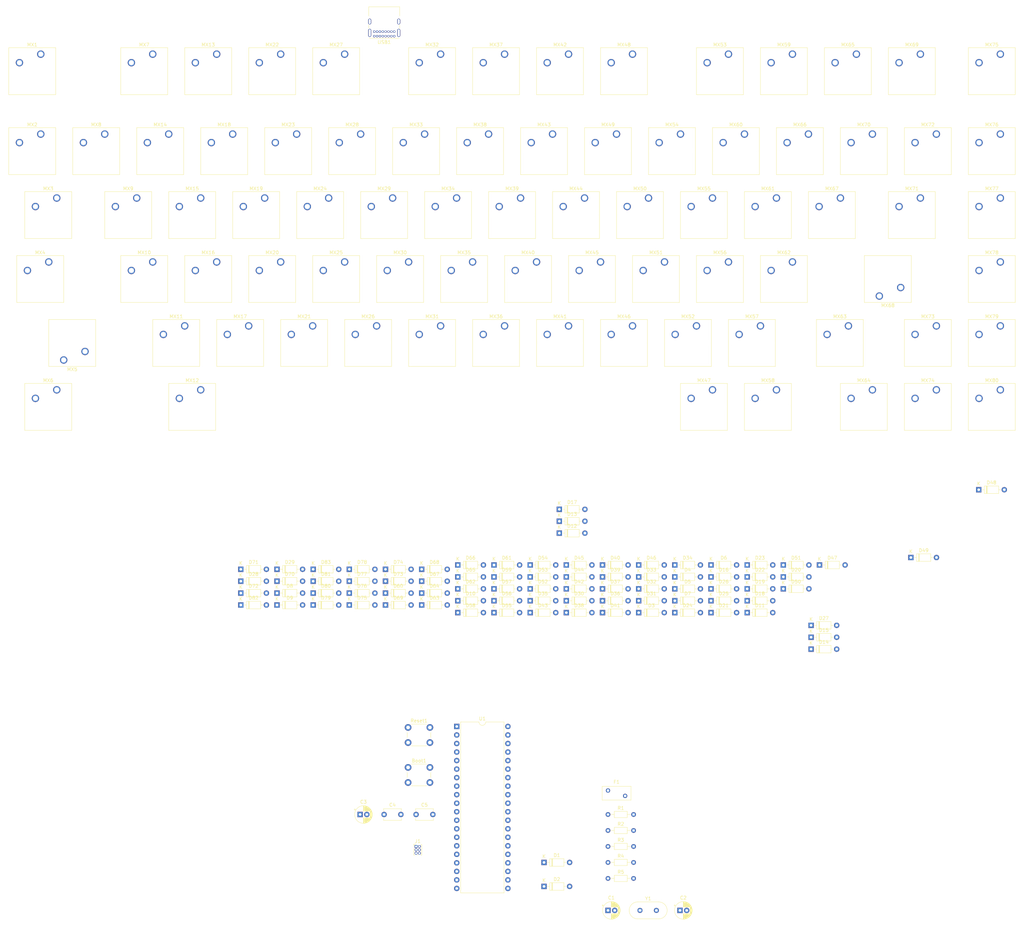
<source format=kicad_pcb>
(kicad_pcb (version 20171130) (host pcbnew "(5.1.4)-1")
  (layers (0 F.Cu signal) (31 B.Cu signal) (34 B.Paste user) (35 F.Paste user) (36 B.SilkS user) (37 F.SilkS user) (38 B.Mask user) (39 F.Mask user) (44 Edge.Cuts user))
  (net 0 "")
  (net 1 Boot)
  (net 2 "Net-(C1-Pad1)")
  (net 3 "Net-(C2-Pad2)")
  (net 4 "Net-(D1-Pad1)")
  (net 5 "Net-(D2-Pad1)")
  (net 6 +5V)
  (net 7 USB_Vbus)
  (net 8 Reset)
  (net 9 MOSI)
  (net 10 SCK)
  (net 11 MISO)
  (net 12 "Net-(R1-Pad1)")
  (net 13 "Net-(R2-Pad1)")
  (net 14 D-)
  (net 15 D+)
  (net 16 "Net-(U1-Pad20)")
  (net 17 "Net-(U1-Pad19)")
  (net 18 "Net-(U1-Pad15)")
  (net 19 "Net-(U1-Pad14)")
  (net 20 "Net-(U1-Pad32)")
  (net 21 "Net-(U1-Pad29)")
  (net 22 "Net-(U1-Pad21)")
  (net 23 "Net-(USB1-PadB8)")
  (net 24 "Net-(USB1-PadA8)")
  (net 25 GND)
  (net 26 "Net-(D3-Pad2)")
  (net 27 "/Keyboard Matrix/Row_0")
  (net 28 "Net-(D4-Pad2)")
  (net 29 "/Keyboard Matrix/Row_2")
  (net 30 "Net-(D5-Pad2)")
  (net 31 "/Keyboard Matrix/Row_4")
  (net 32 "Net-(D6-Pad2)")
  (net 33 "/Keyboard Matrix/Row_6")
  (net 34 "Net-(D7-Pad2)")
  (net 35 "/Keyboard Matrix/Row_8")
  (net 36 "Net-(D8-Pad2)")
  (net 37 "/Keyboard Matrix/Row_10")
  (net 38 "Net-(D9-Pad2)")
  (net 39 "/Keyboard Matrix/Row_1")
  (net 40 "Net-(D10-Pad2)")
  (net 41 "/Keyboard Matrix/Row_3")
  (net 42 "Net-(D11-Pad2)")
  (net 43 "/Keyboard Matrix/Row_5")
  (net 44 "Net-(D12-Pad2)")
  (net 45 "/Keyboard Matrix/Row_7")
  (net 46 "Net-(D13-Pad2)")
  (net 47 "/Keyboard Matrix/Row_9")
  (net 48 "Net-(D14-Pad2)")
  (net 49 "/Keyboard Matrix/Row_11")
  (net 50 "Net-(D15-Pad2)")
  (net 51 "Net-(D16-Pad2)")
  (net 52 "Net-(D17-Pad2)")
  (net 53 "Net-(D18-Pad2)")
  (net 54 "Net-(D19-Pad2)")
  (net 55 "Net-(D20-Pad2)")
  (net 56 "Net-(D21-Pad2)")
  (net 57 "Net-(D22-Pad2)")
  (net 58 "Net-(D23-Pad2)")
  (net 59 "Net-(D24-Pad2)")
  (net 60 "Net-(D25-Pad2)")
  (net 61 "Net-(D26-Pad2)")
  (net 62 "Net-(D27-Pad2)")
  (net 63 "Net-(D28-Pad2)")
  (net 64 "Net-(D29-Pad2)")
  (net 65 "Net-(D30-Pad2)")
  (net 66 "Net-(D31-Pad2)")
  (net 67 "Net-(D32-Pad2)")
  (net 68 "Net-(D33-Pad2)")
  (net 69 "Net-(D34-Pad2)")
  (net 70 "Net-(D35-Pad2)")
  (net 71 "Net-(D36-Pad2)")
  (net 72 "Net-(D37-Pad2)")
  (net 73 "Net-(D38-Pad2)")
  (net 74 "Net-(D39-Pad2)")
  (net 75 "Net-(D40-Pad2)")
  (net 76 "Net-(D41-Pad2)")
  (net 77 "Net-(D42-Pad2)")
  (net 78 "Net-(D43-Pad2)")
  (net 79 "Net-(D44-Pad2)")
  (net 80 "Net-(D45-Pad2)")
  (net 81 "Net-(D46-Pad2)")
  (net 82 "Net-(D47-Pad2)")
  (net 83 "Net-(D48-Pad2)")
  (net 84 "Net-(D49-Pad2)")
  (net 85 "Net-(D50-Pad2)")
  (net 86 "Net-(D51-Pad2)")
  (net 87 "Net-(D52-Pad2)")
  (net 88 "Net-(D53-Pad2)")
  (net 89 "Net-(D54-Pad2)")
  (net 90 "Net-(D55-Pad2)")
  (net 91 "Net-(D56-Pad2)")
  (net 92 "Net-(D57-Pad2)")
  (net 93 "Net-(D58-Pad2)")
  (net 94 "Net-(D59-Pad2)")
  (net 95 "Net-(D60-Pad2)")
  (net 96 "Net-(D61-Pad2)")
  (net 97 "Net-(D62-Pad2)")
  (net 98 "Net-(D63-Pad2)")
  (net 99 "Net-(D64-Pad2)")
  (net 100 "Net-(D65-Pad2)")
  (net 101 "Net-(D66-Pad2)")
  (net 102 "Net-(D67-Pad2)")
  (net 103 "Net-(D68-Pad2)")
  (net 104 "Net-(D69-Pad2)")
  (net 105 "Net-(D70-Pad2)")
  (net 106 "Net-(D71-Pad2)")
  (net 107 "Net-(D72-Pad2)")
  (net 108 "Net-(D73-Pad2)")
  (net 109 "Net-(D74-Pad2)")
  (net 110 "Net-(D75-Pad2)")
  (net 111 "Net-(D76-Pad2)")
  (net 112 "Net-(D77-Pad2)")
  (net 113 "Net-(D78-Pad2)")
  (net 114 "Net-(D79-Pad2)")
  (net 115 "Net-(D80-Pad2)")
  (net 116 "Net-(D81-Pad2)")
  (net 117 "Net-(D82-Pad2)")
  (net 118 "Net-(D83-Pad2)")
  (net 119 "/Keyboard Matrix/Col_0")
  (net 120 "/Keyboard Matrix/Col_1")
  (net 121 "/Keyboard Matrix/Col_2")
  (net 122 "/Keyboard Matrix/Col_3")
  (net 123 "/Keyboard Matrix/Col_4")
  (net 124 "/Keyboard Matrix/Col_5")
  (net 125 "/Keyboard Matrix/Col_6")
  (net 126 "/Keyboard Matrix/Col_7")
  (net 127 Col_0)
  (net 128 Col_1)
  (net 129 Col_2)
  (net 130 Col_3)
  (net 131 Col_4)
  (net 132 Col_5)
  (net 133 Col_6)
  (net 134 Col_7)
  (net 135 Row_11)
  (net 136 Row_10)
  (net 137 Row_9)
  (net 138 Row_8)
  (net 139 Row_4)
  (net 140 Row_7)
  (net 141 Row_3)
  (net 142 Row_6)
  (net 143 Row_2)
  (net 144 Row_5)
  (net 145 Row_1)
  (net 146 Row_0)
  (module Capacitor_THT:C_Disc_D5.1mm_W3.2mm_P5.00mm (layer F.Cu) (at 228.6 350.04375)
    (fp_text reference C5 (at 2.5 -2.85) (layer F.SilkS))
    (fp_text value 0u1)
    (pad 2 thru_hole circle (at 5 0) (size 1.6 1.6) (drill 0.8) (layers *.Cu *.Mask) (net 25 GND))
    (pad 1 thru_hole circle (at 0 0) (size 1.6 1.6) (drill 0.8) (layers *.Cu *.Mask) (net 6 +5V))
  )
  (module Capacitor_THT:C_Disc_D5.1mm_W3.2mm_P5.00mm (layer F.Cu) (at 219.075 350.04375)
    (fp_text reference C4 (at 2.5 -2.85) (layer F.SilkS))
    (fp_text value 0u1)
    (pad 2 thru_hole circle (at 5 0) (size 1.6 1.6) (drill 0.8) (layers *.Cu *.Mask) (net 25 GND))
    (pad 1 thru_hole circle (at 0 0) (size 1.6 1.6) (drill 0.8) (layers *.Cu *.Mask) (net 6 +5V))
  )
  (module Capacitor_THT:CP_Radial_D5.0mm_P2.00mm (layer F.Cu) (at 211.93125 350.04375)
    (fp_text reference C3 (at 1 -3.75) (layer F.SilkS))
    (fp_text value 4u7)
    (pad 2 thru_hole circle (at 2 0) (size 1.6 1.6) (drill 0.8) (layers *.Cu *.Mask) (net 25 GND))
    (pad 1 thru_hole rect (at 0 0) (size 1.6 1.6) (drill 0.8) (layers *.Cu *.Mask) (net 6 +5V))
  )
  (module Crystal:Crystal_HC49-U_Vertical (layer F.Cu) (at 295.275 378.61875)
    (fp_text reference Y1 (at 2.44 -3.525) (layer F.SilkS))
    (fp_text value 16MHz)
    (pad 2 thru_hole circle (at 4.88 0) (size 1.5 1.5) (drill 0.8) (layers *.Cu *.Mask) (net 3 "Net-(C2-Pad2)"))
    (pad 1 thru_hole circle (at 0 0) (size 1.5 1.5) (drill 0.8) (layers *.Cu *.Mask) (net 2 "Net-(C1-Pad1)"))
  )
  (module Connector_USB:USB_C_Receptacle_GCT_USB4085 (layer F.Cu) (at 222.085829 118.145949 180)
    (fp_text reference USB1 (at 2.975 -1.8) (layer F.SilkS))
    (fp_text value Type-C_USB_C_GCT_USB4085)
    (pad S1 thru_hole oval (at 7.3 4.36 180) (size 0.9 1.7) (drill oval 0.6 1.4) (layers *.Cu *.Mask) (net 25 GND))
    (pad S1 thru_hole oval (at -1.35 4.36 180) (size 0.9 1.7) (drill oval 0.6 1.4) (layers *.Cu *.Mask) (net 25 GND))
    (pad S1 thru_hole oval (at 7.3 0.98 180) (size 0.9 2.4) (drill oval 0.6 2.1) (layers *.Cu *.Mask) (net 25 GND))
    (pad S1 thru_hole oval (at -1.35 0.98 180) (size 0.9 2.4) (drill oval 0.6 2.1) (layers *.Cu *.Mask) (net 25 GND))
    (pad B6 thru_hole circle (at 3.4 1.35 180) (size 0.7 0.7) (drill 0.4) (layers *.Cu *.Mask) (net 4 "Net-(D1-Pad1)"))
    (pad B1 thru_hole circle (at 5.95 1.35 180) (size 0.7 0.7) (drill 0.4) (layers *.Cu *.Mask) (net 25 GND))
    (pad B4 thru_hole circle (at 5.1 1.35 180) (size 0.7 0.7) (drill 0.4) (layers *.Cu *.Mask) (net 7 USB_Vbus))
    (pad B5 thru_hole circle (at 4.25 1.35 180) (size 0.7 0.7) (drill 0.4) (layers *.Cu *.Mask) (net 13 "Net-(R2-Pad1)"))
    (pad B12 thru_hole circle (at 0 1.35 180) (size 0.7 0.7) (drill 0.4) (layers *.Cu *.Mask) (net 25 GND))
    (pad B8 thru_hole circle (at 1.7 1.35 180) (size 0.7 0.7) (drill 0.4) (layers *.Cu *.Mask) (net 23 "Net-(USB1-PadB8)"))
    (pad B7 thru_hole circle (at 2.55 1.35 180) (size 0.7 0.7) (drill 0.4) (layers *.Cu *.Mask) (net 5 "Net-(D2-Pad1)"))
    (pad B9 thru_hole circle (at 0.85 1.35 180) (size 0.7 0.7) (drill 0.4) (layers *.Cu *.Mask) (net 7 USB_Vbus))
    (pad A12 thru_hole circle (at 5.95 0 180) (size 0.7 0.7) (drill 0.4) (layers *.Cu *.Mask) (net 25 GND))
    (pad A9 thru_hole circle (at 5.1 0 180) (size 0.7 0.7) (drill 0.4) (layers *.Cu *.Mask) (net 7 USB_Vbus))
    (pad A8 thru_hole circle (at 4.25 0 180) (size 0.7 0.7) (drill 0.4) (layers *.Cu *.Mask) (net 24 "Net-(USB1-PadA8)"))
    (pad A7 thru_hole circle (at 3.4 0 180) (size 0.7 0.7) (drill 0.4) (layers *.Cu *.Mask) (net 5 "Net-(D2-Pad1)"))
    (pad A6 thru_hole circle (at 2.55 0 180) (size 0.7 0.7) (drill 0.4) (layers *.Cu *.Mask) (net 4 "Net-(D1-Pad1)"))
    (pad A5 thru_hole circle (at 1.7 0 180) (size 0.7 0.7) (drill 0.4) (layers *.Cu *.Mask) (net 12 "Net-(R1-Pad1)"))
    (pad A4 thru_hole circle (at 0.85 0 180) (size 0.7 0.7) (drill 0.4) (layers *.Cu *.Mask) (net 7 USB_Vbus))
    (pad A1 thru_hole circle (at 0 0 180) (size 0.7 0.7) (drill 0.4) (layers *.Cu *.Mask) (net 25 GND))
  )
  (module Package_DIP:DIP-40_W15.24mm (layer F.Cu) (at 240.70625 323.8175)
    (fp_text reference U1 (at 7.62 -2.33) (layer F.SilkS))
    (fp_text value ATmega32A-PU)
    (pad 40 thru_hole oval (at 15.24 0) (size 1.6 1.6) (drill 0.8) (layers *.Cu *.Mask) (net 127 Col_0))
    (pad 20 thru_hole oval (at 0 48.26) (size 1.6 1.6) (drill 0.8) (layers *.Cu *.Mask) (net 16 "Net-(U1-Pad20)"))
    (pad 39 thru_hole oval (at 15.24 2.54) (size 1.6 1.6) (drill 0.8) (layers *.Cu *.Mask) (net 128 Col_1))
    (pad 19 thru_hole oval (at 0 45.72) (size 1.6 1.6) (drill 0.8) (layers *.Cu *.Mask) (net 17 "Net-(U1-Pad19)"))
    (pad 38 thru_hole oval (at 15.24 5.08) (size 1.6 1.6) (drill 0.8) (layers *.Cu *.Mask) (net 129 Col_2))
    (pad 18 thru_hole oval (at 0 43.18) (size 1.6 1.6) (drill 0.8) (layers *.Cu *.Mask) (net 1 Boot))
    (pad 37 thru_hole oval (at 15.24 7.62) (size 1.6 1.6) (drill 0.8) (layers *.Cu *.Mask) (net 130 Col_3))
    (pad 17 thru_hole oval (at 0 40.64) (size 1.6 1.6) (drill 0.8) (layers *.Cu *.Mask) (net 14 D-))
    (pad 36 thru_hole oval (at 15.24 10.16) (size 1.6 1.6) (drill 0.8) (layers *.Cu *.Mask) (net 131 Col_4))
    (pad 16 thru_hole oval (at 0 38.1) (size 1.6 1.6) (drill 0.8) (layers *.Cu *.Mask) (net 15 D+))
    (pad 35 thru_hole oval (at 15.24 12.7) (size 1.6 1.6) (drill 0.8) (layers *.Cu *.Mask) (net 132 Col_5))
    (pad 15 thru_hole oval (at 0 35.56) (size 1.6 1.6) (drill 0.8) (layers *.Cu *.Mask) (net 18 "Net-(U1-Pad15)"))
    (pad 34 thru_hole oval (at 15.24 15.24) (size 1.6 1.6) (drill 0.8) (layers *.Cu *.Mask) (net 133 Col_6))
    (pad 14 thru_hole oval (at 0 33.02) (size 1.6 1.6) (drill 0.8) (layers *.Cu *.Mask) (net 19 "Net-(U1-Pad14)"))
    (pad 33 thru_hole oval (at 15.24 17.78) (size 1.6 1.6) (drill 0.8) (layers *.Cu *.Mask) (net 134 Col_7))
    (pad 13 thru_hole oval (at 0 30.48) (size 1.6 1.6) (drill 0.8) (layers *.Cu *.Mask) (net 2 "Net-(C1-Pad1)"))
    (pad 32 thru_hole oval (at 15.24 20.32) (size 1.6 1.6) (drill 0.8) (layers *.Cu *.Mask) (net 20 "Net-(U1-Pad32)"))
    (pad 12 thru_hole oval (at 0 27.94) (size 1.6 1.6) (drill 0.8) (layers *.Cu *.Mask) (net 3 "Net-(C2-Pad2)"))
    (pad 31 thru_hole oval (at 15.24 22.86) (size 1.6 1.6) (drill 0.8) (layers *.Cu *.Mask) (net 25 GND))
    (pad 11 thru_hole oval (at 0 25.4) (size 1.6 1.6) (drill 0.8) (layers *.Cu *.Mask) (net 25 GND))
    (pad 30 thru_hole oval (at 15.24 25.4) (size 1.6 1.6) (drill 0.8) (layers *.Cu *.Mask) (net 6 +5V))
    (pad 10 thru_hole oval (at 0 22.86) (size 1.6 1.6) (drill 0.8) (layers *.Cu *.Mask) (net 6 +5V))
    (pad 29 thru_hole oval (at 15.24 27.94) (size 1.6 1.6) (drill 0.8) (layers *.Cu *.Mask) (net 21 "Net-(U1-Pad29)"))
    (pad 9 thru_hole oval (at 0 20.32) (size 1.6 1.6) (drill 0.8) (layers *.Cu *.Mask) (net 8 Reset))
    (pad 28 thru_hole oval (at 15.24 30.48) (size 1.6 1.6) (drill 0.8) (layers *.Cu *.Mask) (net 135 Row_11))
    (pad 8 thru_hole oval (at 0 17.78) (size 1.6 1.6) (drill 0.8) (layers *.Cu *.Mask) (net 10 SCK))
    (pad 27 thru_hole oval (at 15.24 33.02) (size 1.6 1.6) (drill 0.8) (layers *.Cu *.Mask) (net 136 Row_10))
    (pad 7 thru_hole oval (at 0 15.24) (size 1.6 1.6) (drill 0.8) (layers *.Cu *.Mask) (net 11 MISO))
    (pad 26 thru_hole oval (at 15.24 35.56) (size 1.6 1.6) (drill 0.8) (layers *.Cu *.Mask) (net 137 Row_9))
    (pad 6 thru_hole oval (at 0 12.7) (size 1.6 1.6) (drill 0.8) (layers *.Cu *.Mask) (net 9 MOSI))
    (pad 25 thru_hole oval (at 15.24 38.1) (size 1.6 1.6) (drill 0.8) (layers *.Cu *.Mask) (net 138 Row_8))
    (pad 5 thru_hole oval (at 0 10.16) (size 1.6 1.6) (drill 0.8) (layers *.Cu *.Mask) (net 139 Row_4))
    (pad 24 thru_hole oval (at 15.24 40.64) (size 1.6 1.6) (drill 0.8) (layers *.Cu *.Mask) (net 140 Row_7))
    (pad 4 thru_hole oval (at 0 7.62) (size 1.6 1.6) (drill 0.8) (layers *.Cu *.Mask) (net 141 Row_3))
    (pad 23 thru_hole oval (at 15.24 43.18) (size 1.6 1.6) (drill 0.8) (layers *.Cu *.Mask) (net 142 Row_6))
    (pad 3 thru_hole oval (at 0 5.08) (size 1.6 1.6) (drill 0.8) (layers *.Cu *.Mask) (net 143 Row_2))
    (pad 22 thru_hole oval (at 15.24 45.72) (size 1.6 1.6) (drill 0.8) (layers *.Cu *.Mask) (net 144 Row_5))
    (pad 2 thru_hole oval (at 0 2.54) (size 1.6 1.6) (drill 0.8) (layers *.Cu *.Mask) (net 145 Row_1))
    (pad 21 thru_hole oval (at 15.24 48.26) (size 1.6 1.6) (drill 0.8) (layers *.Cu *.Mask) (net 22 "Net-(U1-Pad21)"))
    (pad 1 thru_hole rect (at 0 0) (size 1.6 1.6) (drill 0.8) (layers *.Cu *.Mask) (net 146 Row_0))
  )
  (module Button_Switch_THT:SW_PUSH_6mm (layer F.Cu) (at 226.21875 324.1125)
    (fp_text reference Reset1 (at 3.25 -2) (layer F.SilkS))
    (fp_text value Reset)
    (pad 1 thru_hole circle (at 6.5 0 90) (size 2 2) (drill 1.1) (layers *.Cu *.Mask) (net 25 GND))
    (pad 2 thru_hole circle (at 6.5 4.5 90) (size 2 2) (drill 1.1) (layers *.Cu *.Mask) (net 8 Reset))
    (pad 1 thru_hole circle (at 0 0 90) (size 2 2) (drill 1.1) (layers *.Cu *.Mask) (net 25 GND))
    (pad 2 thru_hole circle (at 0 4.5 90) (size 2 2) (drill 1.1) (layers *.Cu *.Mask) (net 8 Reset))
  )
  (module Resistor_THT:R_Axial_DIN0204_L3.6mm_D1.6mm_P7.62mm_Horizontal (layer F.Cu) (at 285.75 369.09375)
    (fp_text reference R5 (at 3.81 -1.92) (layer F.SilkS))
    (fp_text value 75R)
    (pad 2 thru_hole oval (at 7.62 0) (size 1.4 1.4) (drill 0.7) (layers *.Cu *.Mask) (net 4 "Net-(D1-Pad1)"))
    (pad 1 thru_hole circle (at 0 0) (size 1.4 1.4) (drill 0.7) (layers *.Cu *.Mask) (net 15 D+))
  )
  (module Resistor_THT:R_Axial_DIN0204_L3.6mm_D1.6mm_P7.62mm_Horizontal (layer F.Cu) (at 285.75 364.33125)
    (fp_text reference R4 (at 3.81 -1.92) (layer F.SilkS))
    (fp_text value 75R)
    (pad 2 thru_hole oval (at 7.62 0) (size 1.4 1.4) (drill 0.7) (layers *.Cu *.Mask) (net 5 "Net-(D2-Pad1)"))
    (pad 1 thru_hole circle (at 0 0) (size 1.4 1.4) (drill 0.7) (layers *.Cu *.Mask) (net 14 D-))
  )
  (module Resistor_THT:R_Axial_DIN0204_L3.6mm_D1.6mm_P7.62mm_Horizontal (layer F.Cu) (at 285.75 359.56875)
    (fp_text reference R3 (at 3.81 -1.92) (layer F.SilkS))
    (fp_text value 10k)
    (pad 2 thru_hole oval (at 7.62 0) (size 1.4 1.4) (drill 0.7) (layers *.Cu *.Mask) (net 8 Reset))
    (pad 1 thru_hole circle (at 0 0) (size 1.4 1.4) (drill 0.7) (layers *.Cu *.Mask) (net 6 +5V))
  )
  (module Resistor_THT:R_Axial_DIN0204_L3.6mm_D1.6mm_P7.62mm_Horizontal (layer F.Cu) (at 285.75 354.80625)
    (fp_text reference R2 (at 3.81 -1.92) (layer F.SilkS))
    (fp_text value 5k1)
    (pad 2 thru_hole oval (at 7.62 0) (size 1.4 1.4) (drill 0.7) (layers *.Cu *.Mask) (net 25 GND))
    (pad 1 thru_hole circle (at 0 0) (size 1.4 1.4) (drill 0.7) (layers *.Cu *.Mask) (net 13 "Net-(R2-Pad1)"))
  )
  (module Resistor_THT:R_Axial_DIN0204_L3.6mm_D1.6mm_P7.62mm_Horizontal (layer F.Cu) (at 285.75 350.04375)
    (fp_text reference R1 (at 3.81 -1.92) (layer F.SilkS))
    (fp_text value 5k1)
    (pad 2 thru_hole oval (at 7.62 0) (size 1.4 1.4) (drill 0.7) (layers *.Cu *.Mask) (net 25 GND))
    (pad 1 thru_hole circle (at 0 0) (size 1.4 1.4) (drill 0.7) (layers *.Cu *.Mask) (net 12 "Net-(R1-Pad1)"))
  )
  (module Button_Switch_Keyboard:SW_Cherry_MX_1.00u_PCB (layer F.Cu) (at 402.59 223.52)
    (fp_text reference MX80 (at -2.54 -2.794) (layer F.SilkS))
    (fp_text value "Right Arrow")
    (pad "" np_thru_hole circle (at 2.54 5.08) (size 1.7 1.7) (drill 1.7) (layers *.Cu *.Mask))
    (pad "" np_thru_hole circle (at -7.62 5.08) (size 1.7 1.7) (drill 1.7) (layers *.Cu *.Mask))
    (pad "" np_thru_hole circle (at -2.54 5.08) (size 4 4) (drill 4) (layers *.Cu *.Mask))
    (pad 2 thru_hole circle (at -6.35 2.54) (size 2.2 2.2) (drill 1.5) (layers *.Cu *.Mask) (net 118 "Net-(D83-Pad2)"))
    (pad 1 thru_hole circle (at 0 0) (size 2.2 2.2) (drill 1.5) (layers *.Cu *.Mask) (net 125 "/Keyboard Matrix/Col_6"))
  )
  (module Button_Switch_Keyboard:SW_Cherry_MX_1.00u_PCB (layer F.Cu) (at 402.59 204.47)
    (fp_text reference MX79 (at -2.54 -2.794) (layer F.SilkS))
    (fp_text value End)
    (pad "" np_thru_hole circle (at 2.54 5.08) (size 1.7 1.7) (drill 1.7) (layers *.Cu *.Mask))
    (pad "" np_thru_hole circle (at -7.62 5.08) (size 1.7 1.7) (drill 1.7) (layers *.Cu *.Mask))
    (pad "" np_thru_hole circle (at -2.54 5.08) (size 4 4) (drill 4) (layers *.Cu *.Mask))
    (pad 2 thru_hole circle (at -6.35 2.54) (size 2.2 2.2) (drill 1.5) (layers *.Cu *.Mask) (net 117 "Net-(D82-Pad2)"))
    (pad 1 thru_hole circle (at 0 0) (size 2.2 2.2) (drill 1.5) (layers *.Cu *.Mask) (net 125 "/Keyboard Matrix/Col_6"))
  )
  (module Button_Switch_Keyboard:SW_Cherry_MX_1.00u_PCB (layer F.Cu) (at 402.59 185.42)
    (fp_text reference MX78 (at -2.54 -2.794) (layer F.SilkS))
    (fp_text value PgDn)
    (pad "" np_thru_hole circle (at 2.54 5.08) (size 1.7 1.7) (drill 1.7) (layers *.Cu *.Mask))
    (pad "" np_thru_hole circle (at -7.62 5.08) (size 1.7 1.7) (drill 1.7) (layers *.Cu *.Mask))
    (pad "" np_thru_hole circle (at -2.54 5.08) (size 4 4) (drill 4) (layers *.Cu *.Mask))
    (pad 2 thru_hole circle (at -6.35 2.54) (size 2.2 2.2) (drill 1.5) (layers *.Cu *.Mask) (net 116 "Net-(D81-Pad2)"))
    (pad 1 thru_hole circle (at 0 0) (size 2.2 2.2) (drill 1.5) (layers *.Cu *.Mask) (net 125 "/Keyboard Matrix/Col_6"))
  )
  (module Button_Switch_Keyboard:SW_Cherry_MX_1.00u_PCB (layer F.Cu) (at 402.59 166.37)
    (fp_text reference MX77 (at -2.54 -2.794) (layer F.SilkS))
    (fp_text value PgUp)
    (pad "" np_thru_hole circle (at 2.54 5.08) (size 1.7 1.7) (drill 1.7) (layers *.Cu *.Mask))
    (pad "" np_thru_hole circle (at -7.62 5.08) (size 1.7 1.7) (drill 1.7) (layers *.Cu *.Mask))
    (pad "" np_thru_hole circle (at -2.54 5.08) (size 4 4) (drill 4) (layers *.Cu *.Mask))
    (pad 2 thru_hole circle (at -6.35 2.54) (size 2.2 2.2) (drill 1.5) (layers *.Cu *.Mask) (net 115 "Net-(D80-Pad2)"))
    (pad 1 thru_hole circle (at 0 0) (size 2.2 2.2) (drill 1.5) (layers *.Cu *.Mask) (net 126 "/Keyboard Matrix/Col_7"))
  )
  (module Button_Switch_Keyboard:SW_Cherry_MX_1.00u_PCB (layer F.Cu) (at 402.59 147.32)
    (fp_text reference MX76 (at -2.54 -2.794) (layer F.SilkS))
    (fp_text value Home)
    (pad "" np_thru_hole circle (at 2.54 5.08) (size 1.7 1.7) (drill 1.7) (layers *.Cu *.Mask))
    (pad "" np_thru_hole circle (at -7.62 5.08) (size 1.7 1.7) (drill 1.7) (layers *.Cu *.Mask))
    (pad "" np_thru_hole circle (at -2.54 5.08) (size 4 4) (drill 4) (layers *.Cu *.Mask))
    (pad 2 thru_hole circle (at -6.35 2.54) (size 2.2 2.2) (drill 1.5) (layers *.Cu *.Mask) (net 114 "Net-(D79-Pad2)"))
    (pad 1 thru_hole circle (at 0 0) (size 2.2 2.2) (drill 1.5) (layers *.Cu *.Mask) (net 126 "/Keyboard Matrix/Col_7"))
  )
  (module Button_Switch_Keyboard:SW_Cherry_MX_1.00u_PCB (layer F.Cu) (at 402.59 123.5075)
    (fp_text reference MX75 (at -2.54 -2.794) (layer F.SilkS))
    (fp_text value ?)
    (pad "" np_thru_hole circle (at 2.54 5.08) (size 1.7 1.7) (drill 1.7) (layers *.Cu *.Mask))
    (pad "" np_thru_hole circle (at -7.62 5.08) (size 1.7 1.7) (drill 1.7) (layers *.Cu *.Mask))
    (pad "" np_thru_hole circle (at -2.54 5.08) (size 4 4) (drill 4) (layers *.Cu *.Mask))
    (pad 2 thru_hole circle (at -6.35 2.54) (size 2.2 2.2) (drill 1.5) (layers *.Cu *.Mask) (net 113 "Net-(D78-Pad2)"))
    (pad 1 thru_hole circle (at 0 0) (size 2.2 2.2) (drill 1.5) (layers *.Cu *.Mask) (net 126 "/Keyboard Matrix/Col_7"))
  )
  (module Button_Switch_Keyboard:SW_Cherry_MX_1.00u_PCB (layer F.Cu) (at 383.54 223.52)
    (fp_text reference MX74 (at -2.54 -2.794) (layer F.SilkS))
    (fp_text value "Down Arrow")
    (pad "" np_thru_hole circle (at 2.54 5.08) (size 1.7 1.7) (drill 1.7) (layers *.Cu *.Mask))
    (pad "" np_thru_hole circle (at -7.62 5.08) (size 1.7 1.7) (drill 1.7) (layers *.Cu *.Mask))
    (pad "" np_thru_hole circle (at -2.54 5.08) (size 4 4) (drill 4) (layers *.Cu *.Mask))
    (pad 2 thru_hole circle (at -6.35 2.54) (size 2.2 2.2) (drill 1.5) (layers *.Cu *.Mask) (net 112 "Net-(D77-Pad2)"))
    (pad 1 thru_hole circle (at 0 0) (size 2.2 2.2) (drill 1.5) (layers *.Cu *.Mask) (net 125 "/Keyboard Matrix/Col_6"))
  )
  (module Button_Switch_Keyboard:SW_Cherry_MX_1.00u_PCB (layer F.Cu) (at 383.54 204.47)
    (fp_text reference MX73 (at -2.54 -2.794) (layer F.SilkS))
    (fp_text value "Up Arrow")
    (pad "" np_thru_hole circle (at 2.54 5.08) (size 1.7 1.7) (drill 1.7) (layers *.Cu *.Mask))
    (pad "" np_thru_hole circle (at -7.62 5.08) (size 1.7 1.7) (drill 1.7) (layers *.Cu *.Mask))
    (pad "" np_thru_hole circle (at -2.54 5.08) (size 4 4) (drill 4) (layers *.Cu *.Mask))
    (pad 2 thru_hole circle (at -6.35 2.54) (size 2.2 2.2) (drill 1.5) (layers *.Cu *.Mask) (net 111 "Net-(D76-Pad2)"))
    (pad 1 thru_hole circle (at 0 0) (size 2.2 2.2) (drill 1.5) (layers *.Cu *.Mask) (net 125 "/Keyboard Matrix/Col_6"))
  )
  (module Button_Switch_Keyboard:SW_Cherry_MX_1.00u_PCB (layer F.Cu) (at 383.54 147.32)
    (fp_text reference MX72 (at -2.54 -2.794) (layer F.SilkS))
    (fp_text value Del)
    (pad "" np_thru_hole circle (at 2.54 5.08) (size 1.7 1.7) (drill 1.7) (layers *.Cu *.Mask))
    (pad "" np_thru_hole circle (at -7.62 5.08) (size 1.7 1.7) (drill 1.7) (layers *.Cu *.Mask))
    (pad "" np_thru_hole circle (at -2.54 5.08) (size 4 4) (drill 4) (layers *.Cu *.Mask))
    (pad 2 thru_hole circle (at -6.35 2.54) (size 2.2 2.2) (drill 1.5) (layers *.Cu *.Mask) (net 110 "Net-(D75-Pad2)"))
    (pad 1 thru_hole circle (at 0 0) (size 2.2 2.2) (drill 1.5) (layers *.Cu *.Mask) (net 126 "/Keyboard Matrix/Col_7"))
  )
  (module Button_Switch_Keyboard:SW_Cherry_MX_1.50u_PCB (layer F.Cu) (at 378.7775 166.37)
    (fp_text reference MX71 (at -2.54 -2.794) (layer F.SilkS))
    (fp_text value bACKSPACE)
    (pad "" np_thru_hole circle (at 2.54 5.08) (size 1.7 1.7) (drill 1.7) (layers *.Cu *.Mask))
    (pad "" np_thru_hole circle (at -7.62 5.08) (size 1.7 1.7) (drill 1.7) (layers *.Cu *.Mask))
    (pad "" np_thru_hole circle (at -2.54 5.08) (size 4 4) (drill 4) (layers *.Cu *.Mask))
    (pad 2 thru_hole circle (at -6.35 2.54) (size 2.2 2.2) (drill 1.5) (layers *.Cu *.Mask) (net 109 "Net-(D74-Pad2)"))
    (pad 1 thru_hole circle (at 0 0) (size 2.2 2.2) (drill 1.5) (layers *.Cu *.Mask) (net 125 "/Keyboard Matrix/Col_6"))
  )
  (module Button_Switch_Keyboard:SW_Cherry_MX_1.00u_PCB (layer F.Cu) (at 364.49 147.32)
    (fp_text reference MX70 (at -2.54 -2.794) (layer F.SilkS))
    (fp_text value \)
    (pad "" np_thru_hole circle (at 2.54 5.08) (size 1.7 1.7) (drill 1.7) (layers *.Cu *.Mask))
    (pad "" np_thru_hole circle (at -7.62 5.08) (size 1.7 1.7) (drill 1.7) (layers *.Cu *.Mask))
    (pad "" np_thru_hole circle (at -2.54 5.08) (size 4 4) (drill 4) (layers *.Cu *.Mask))
    (pad 2 thru_hole circle (at -6.35 2.54) (size 2.2 2.2) (drill 1.5) (layers *.Cu *.Mask) (net 108 "Net-(D73-Pad2)"))
    (pad 1 thru_hole circle (at 0 0) (size 2.2 2.2) (drill 1.5) (layers *.Cu *.Mask) (net 125 "/Keyboard Matrix/Col_6"))
  )
  (module Button_Switch_Keyboard:SW_Cherry_MX_1.00u_PCB (layer F.Cu) (at 378.7775 123.5075)
    (fp_text reference MX69 (at -2.54 -2.794) (layer F.SilkS))
    (fp_text value F12)
    (pad "" np_thru_hole circle (at 2.54 5.08) (size 1.7 1.7) (drill 1.7) (layers *.Cu *.Mask))
    (pad "" np_thru_hole circle (at -7.62 5.08) (size 1.7 1.7) (drill 1.7) (layers *.Cu *.Mask))
    (pad "" np_thru_hole circle (at -2.54 5.08) (size 4 4) (drill 4) (layers *.Cu *.Mask))
    (pad 2 thru_hole circle (at -6.35 2.54) (size 2.2 2.2) (drill 1.5) (layers *.Cu *.Mask) (net 107 "Net-(D72-Pad2)"))
    (pad 1 thru_hole circle (at 0 0) (size 2.2 2.2) (drill 1.5) (layers *.Cu *.Mask) (net 125 "/Keyboard Matrix/Col_6"))
  )
  (module Button_Switch_Keyboard:SW_Cherry_MX_2.25u_PCB (layer F.Cu) (at 366.55375 195.58 180)
    (fp_text reference MX68 (at -2.54 -2.794) (layer F.SilkS))
    (fp_text value Enter)
    (pad "" np_thru_hole circle (at 9.36 -1.92 180) (size 3.05 3.05) (drill 3.05) (layers *.Cu *.Mask))
    (pad "" np_thru_hole circle (at -14.44 -1.92 180) (size 3.05 3.05) (drill 3.05) (layers *.Cu *.Mask))
    (pad "" np_thru_hole circle (at -14.44 13.32 180) (size 4 4) (drill 4) (layers *.Cu *.Mask))
    (pad "" np_thru_hole circle (at 9.36 13.32 180) (size 4 4) (drill 4) (layers *.Cu *.Mask))
    (pad "" np_thru_hole circle (at 2.54 5.08 180) (size 1.7 1.7) (drill 1.7) (layers *.Cu *.Mask))
    (pad "" np_thru_hole circle (at -7.62 5.08 180) (size 1.7 1.7) (drill 1.7) (layers *.Cu *.Mask))
    (pad "" np_thru_hole circle (at -2.54 5.08 180) (size 4 4) (drill 4) (layers *.Cu *.Mask))
    (pad 2 thru_hole circle (at -6.35 2.54 180) (size 2.2 2.2) (drill 1.5) (layers *.Cu *.Mask) (net 106 "Net-(D71-Pad2)"))
    (pad 1 thru_hole circle (at 0 0 180) (size 2.2 2.2) (drill 1.5) (layers *.Cu *.Mask) (net 125 "/Keyboard Matrix/Col_6"))
  )
  (module Button_Switch_Keyboard:SW_Cherry_MX_1.00u_PCB (layer F.Cu) (at 354.965 166.37)
    (fp_text reference MX67 (at -2.54 -2.794) (layer F.SilkS))
    (fp_text value ])
    (pad "" np_thru_hole circle (at 2.54 5.08) (size 1.7 1.7) (drill 1.7) (layers *.Cu *.Mask))
    (pad "" np_thru_hole circle (at -7.62 5.08) (size 1.7 1.7) (drill 1.7) (layers *.Cu *.Mask))
    (pad "" np_thru_hole circle (at -2.54 5.08) (size 4 4) (drill 4) (layers *.Cu *.Mask))
    (pad 2 thru_hole circle (at -6.35 2.54) (size 2.2 2.2) (drill 1.5) (layers *.Cu *.Mask) (net 105 "Net-(D70-Pad2)"))
    (pad 1 thru_hole circle (at 0 0) (size 2.2 2.2) (drill 1.5) (layers *.Cu *.Mask) (net 125 "/Keyboard Matrix/Col_6"))
  )
  (module Button_Switch_Keyboard:SW_Cherry_MX_1.00u_PCB (layer F.Cu) (at 345.44 147.32)
    (fp_text reference MX66 (at -2.54 -2.794) (layer F.SilkS))
    (fp_text value =)
    (pad "" np_thru_hole circle (at 2.54 5.08) (size 1.7 1.7) (drill 1.7) (layers *.Cu *.Mask))
    (pad "" np_thru_hole circle (at -7.62 5.08) (size 1.7 1.7) (drill 1.7) (layers *.Cu *.Mask))
    (pad "" np_thru_hole circle (at -2.54 5.08) (size 4 4) (drill 4) (layers *.Cu *.Mask))
    (pad 2 thru_hole circle (at -6.35 2.54) (size 2.2 2.2) (drill 1.5) (layers *.Cu *.Mask) (net 104 "Net-(D69-Pad2)"))
    (pad 1 thru_hole circle (at 0 0) (size 2.2 2.2) (drill 1.5) (layers *.Cu *.Mask) (net 125 "/Keyboard Matrix/Col_6"))
  )
  (module Button_Switch_Keyboard:SW_Cherry_MX_1.00u_PCB (layer F.Cu) (at 359.7275 123.5075)
    (fp_text reference MX65 (at -2.54 -2.794) (layer F.SilkS))
    (fp_text value F11)
    (pad "" np_thru_hole circle (at 2.54 5.08) (size 1.7 1.7) (drill 1.7) (layers *.Cu *.Mask))
    (pad "" np_thru_hole circle (at -7.62 5.08) (size 1.7 1.7) (drill 1.7) (layers *.Cu *.Mask))
    (pad "" np_thru_hole circle (at -2.54 5.08) (size 4 4) (drill 4) (layers *.Cu *.Mask))
    (pad 2 thru_hole circle (at -6.35 2.54) (size 2.2 2.2) (drill 1.5) (layers *.Cu *.Mask) (net 103 "Net-(D68-Pad2)"))
    (pad 1 thru_hole circle (at 0 0) (size 2.2 2.2) (drill 1.5) (layers *.Cu *.Mask) (net 125 "/Keyboard Matrix/Col_6"))
  )
  (module Button_Switch_Keyboard:SW_Cherry_MX_1.00u_PCB (layer F.Cu) (at 364.49 223.52)
    (fp_text reference MX64 (at -2.54 -2.794) (layer F.SilkS))
    (fp_text value "Left Arrow")
    (pad "" np_thru_hole circle (at 2.54 5.08) (size 1.7 1.7) (drill 1.7) (layers *.Cu *.Mask))
    (pad "" np_thru_hole circle (at -7.62 5.08) (size 1.7 1.7) (drill 1.7) (layers *.Cu *.Mask))
    (pad "" np_thru_hole circle (at -2.54 5.08) (size 4 4) (drill 4) (layers *.Cu *.Mask))
    (pad 2 thru_hole circle (at -6.35 2.54) (size 2.2 2.2) (drill 1.5) (layers *.Cu *.Mask) (net 102 "Net-(D67-Pad2)"))
    (pad 1 thru_hole circle (at 0 0) (size 2.2 2.2) (drill 1.5) (layers *.Cu *.Mask) (net 124 "/Keyboard Matrix/Col_5"))
  )
  (module Button_Switch_Keyboard:SW_Cherry_MX_1.75u_PCB (layer F.Cu) (at 357.34625 204.47)
    (fp_text reference MX63 (at -2.54 -2.794) (layer F.SilkS))
    (fp_text value RShift)
    (pad "" np_thru_hole circle (at 2.54 5.08) (size 1.7 1.7) (drill 1.7) (layers *.Cu *.Mask))
    (pad "" np_thru_hole circle (at -7.62 5.08) (size 1.7 1.7) (drill 1.7) (layers *.Cu *.Mask))
    (pad "" np_thru_hole circle (at -2.54 5.08) (size 4 4) (drill 4) (layers *.Cu *.Mask))
    (pad 2 thru_hole circle (at -6.35 2.54) (size 2.2 2.2) (drill 1.5) (layers *.Cu *.Mask) (net 101 "Net-(D66-Pad2)"))
    (pad 1 thru_hole circle (at 0 0) (size 2.2 2.2) (drill 1.5) (layers *.Cu *.Mask) (net 124 "/Keyboard Matrix/Col_5"))
  )
  (module Button_Switch_Keyboard:SW_Cherry_MX_1.00u_PCB (layer F.Cu) (at 340.6775 185.42)
    (fp_text reference MX62 (at -2.54 -2.794) (layer F.SilkS))
    (fp_text value ')
    (pad "" np_thru_hole circle (at 2.54 5.08) (size 1.7 1.7) (drill 1.7) (layers *.Cu *.Mask))
    (pad "" np_thru_hole circle (at -7.62 5.08) (size 1.7 1.7) (drill 1.7) (layers *.Cu *.Mask))
    (pad "" np_thru_hole circle (at -2.54 5.08) (size 4 4) (drill 4) (layers *.Cu *.Mask))
    (pad 2 thru_hole circle (at -6.35 2.54) (size 2.2 2.2) (drill 1.5) (layers *.Cu *.Mask) (net 100 "Net-(D65-Pad2)"))
    (pad 1 thru_hole circle (at 0 0) (size 2.2 2.2) (drill 1.5) (layers *.Cu *.Mask) (net 124 "/Keyboard Matrix/Col_5"))
  )
  (module Button_Switch_Keyboard:SW_Cherry_MX_1.00u_PCB (layer F.Cu) (at 335.915 166.37)
    (fp_text reference MX61 (at -2.54 -2.794) (layer F.SilkS))
    (fp_text value [)
    (pad "" np_thru_hole circle (at 2.54 5.08) (size 1.7 1.7) (drill 1.7) (layers *.Cu *.Mask))
    (pad "" np_thru_hole circle (at -7.62 5.08) (size 1.7 1.7) (drill 1.7) (layers *.Cu *.Mask))
    (pad "" np_thru_hole circle (at -2.54 5.08) (size 4 4) (drill 4) (layers *.Cu *.Mask))
    (pad 2 thru_hole circle (at -6.35 2.54) (size 2.2 2.2) (drill 1.5) (layers *.Cu *.Mask) (net 99 "Net-(D64-Pad2)"))
    (pad 1 thru_hole circle (at 0 0) (size 2.2 2.2) (drill 1.5) (layers *.Cu *.Mask) (net 124 "/Keyboard Matrix/Col_5"))
  )
  (module Button_Switch_Keyboard:SW_Cherry_MX_1.00u_PCB (layer F.Cu) (at 326.39 147.32)
    (fp_text reference MX60 (at -2.54 -2.794) (layer F.SilkS))
    (fp_text value -)
    (pad "" np_thru_hole circle (at 2.54 5.08) (size 1.7 1.7) (drill 1.7) (layers *.Cu *.Mask))
    (pad "" np_thru_hole circle (at -7.62 5.08) (size 1.7 1.7) (drill 1.7) (layers *.Cu *.Mask))
    (pad "" np_thru_hole circle (at -2.54 5.08) (size 4 4) (drill 4) (layers *.Cu *.Mask))
    (pad 2 thru_hole circle (at -6.35 2.54) (size 2.2 2.2) (drill 1.5) (layers *.Cu *.Mask) (net 98 "Net-(D63-Pad2)"))
    (pad 1 thru_hole circle (at 0 0) (size 2.2 2.2) (drill 1.5) (layers *.Cu *.Mask) (net 124 "/Keyboard Matrix/Col_5"))
  )
  (module Button_Switch_Keyboard:SW_Cherry_MX_1.00u_PCB (layer F.Cu) (at 340.6775 123.5075)
    (fp_text reference MX59 (at -2.54 -2.794) (layer F.SilkS))
    (fp_text value F10)
    (pad "" np_thru_hole circle (at 2.54 5.08) (size 1.7 1.7) (drill 1.7) (layers *.Cu *.Mask))
    (pad "" np_thru_hole circle (at -7.62 5.08) (size 1.7 1.7) (drill 1.7) (layers *.Cu *.Mask))
    (pad "" np_thru_hole circle (at -2.54 5.08) (size 4 4) (drill 4) (layers *.Cu *.Mask))
    (pad 2 thru_hole circle (at -6.35 2.54) (size 2.2 2.2) (drill 1.5) (layers *.Cu *.Mask) (net 97 "Net-(D62-Pad2)"))
    (pad 1 thru_hole circle (at 0 0) (size 2.2 2.2) (drill 1.5) (layers *.Cu *.Mask) (net 124 "/Keyboard Matrix/Col_5"))
  )
  (module Button_Switch_Keyboard:SW_Cherry_MX_1.00u_PCB (layer F.Cu) (at 335.915 223.52)
    (fp_text reference MX58 (at -2.54 -2.794) (layer F.SilkS))
    (fp_text value "R Ctrl")
    (pad "" np_thru_hole circle (at 2.54 5.08) (size 1.7 1.7) (drill 1.7) (layers *.Cu *.Mask))
    (pad "" np_thru_hole circle (at -7.62 5.08) (size 1.7 1.7) (drill 1.7) (layers *.Cu *.Mask))
    (pad "" np_thru_hole circle (at -2.54 5.08) (size 4 4) (drill 4) (layers *.Cu *.Mask))
    (pad 2 thru_hole circle (at -6.35 2.54) (size 2.2 2.2) (drill 1.5) (layers *.Cu *.Mask) (net 96 "Net-(D61-Pad2)"))
    (pad 1 thru_hole circle (at 0 0) (size 2.2 2.2) (drill 1.5) (layers *.Cu *.Mask) (net 124 "/Keyboard Matrix/Col_5"))
  )
  (module Button_Switch_Keyboard:SW_Cherry_MX_1.00u_PCB (layer F.Cu) (at 331.1525 204.47)
    (fp_text reference MX57 (at -2.54 -2.794) (layer F.SilkS))
    (fp_text value /)
    (pad "" np_thru_hole circle (at 2.54 5.08) (size 1.7 1.7) (drill 1.7) (layers *.Cu *.Mask))
    (pad "" np_thru_hole circle (at -7.62 5.08) (size 1.7 1.7) (drill 1.7) (layers *.Cu *.Mask))
    (pad "" np_thru_hole circle (at -2.54 5.08) (size 4 4) (drill 4) (layers *.Cu *.Mask))
    (pad 2 thru_hole circle (at -6.35 2.54) (size 2.2 2.2) (drill 1.5) (layers *.Cu *.Mask) (net 95 "Net-(D60-Pad2)"))
    (pad 1 thru_hole circle (at 0 0) (size 2.2 2.2) (drill 1.5) (layers *.Cu *.Mask) (net 124 "/Keyboard Matrix/Col_5"))
  )
  (module Button_Switch_Keyboard:SW_Cherry_MX_1.00u_PCB (layer F.Cu) (at 321.6275 185.42)
    (fp_text reference MX56 (at -2.54 -2.794) (layer F.SilkS))
    (fp_text value ;)
    (pad "" np_thru_hole circle (at 2.54 5.08) (size 1.7 1.7) (drill 1.7) (layers *.Cu *.Mask))
    (pad "" np_thru_hole circle (at -7.62 5.08) (size 1.7 1.7) (drill 1.7) (layers *.Cu *.Mask))
    (pad "" np_thru_hole circle (at -2.54 5.08) (size 4 4) (drill 4) (layers *.Cu *.Mask))
    (pad 2 thru_hole circle (at -6.35 2.54) (size 2.2 2.2) (drill 1.5) (layers *.Cu *.Mask) (net 94 "Net-(D59-Pad2)"))
    (pad 1 thru_hole circle (at 0 0) (size 2.2 2.2) (drill 1.5) (layers *.Cu *.Mask) (net 124 "/Keyboard Matrix/Col_5"))
  )
  (module Button_Switch_Keyboard:SW_Cherry_MX_1.00u_PCB (layer F.Cu) (at 316.865 166.37)
    (fp_text reference MX55 (at -2.54 -2.794) (layer F.SilkS))
    (fp_text value P)
    (pad "" np_thru_hole circle (at 2.54 5.08) (size 1.7 1.7) (drill 1.7) (layers *.Cu *.Mask))
    (pad "" np_thru_hole circle (at -7.62 5.08) (size 1.7 1.7) (drill 1.7) (layers *.Cu *.Mask))
    (pad "" np_thru_hole circle (at -2.54 5.08) (size 4 4) (drill 4) (layers *.Cu *.Mask))
    (pad 2 thru_hole circle (at -6.35 2.54) (size 2.2 2.2) (drill 1.5) (layers *.Cu *.Mask) (net 93 "Net-(D58-Pad2)"))
    (pad 1 thru_hole circle (at 0 0) (size 2.2 2.2) (drill 1.5) (layers *.Cu *.Mask) (net 124 "/Keyboard Matrix/Col_5"))
  )
  (module Button_Switch_Keyboard:SW_Cherry_MX_1.00u_PCB (layer F.Cu) (at 307.34 147.32)
    (fp_text reference MX54 (at -2.54 -2.794) (layer F.SilkS))
    (fp_text value 0)
    (pad "" np_thru_hole circle (at 2.54 5.08) (size 1.7 1.7) (drill 1.7) (layers *.Cu *.Mask))
    (pad "" np_thru_hole circle (at -7.62 5.08) (size 1.7 1.7) (drill 1.7) (layers *.Cu *.Mask))
    (pad "" np_thru_hole circle (at -2.54 5.08) (size 4 4) (drill 4) (layers *.Cu *.Mask))
    (pad 2 thru_hole circle (at -6.35 2.54) (size 2.2 2.2) (drill 1.5) (layers *.Cu *.Mask) (net 92 "Net-(D57-Pad2)"))
    (pad 1 thru_hole circle (at 0 0) (size 2.2 2.2) (drill 1.5) (layers *.Cu *.Mask) (net 124 "/Keyboard Matrix/Col_5"))
  )
  (module Button_Switch_Keyboard:SW_Cherry_MX_1.00u_PCB (layer F.Cu) (at 321.6275 123.5075)
    (fp_text reference MX53 (at -2.54 -2.794) (layer F.SilkS))
    (fp_text value F9)
    (pad "" np_thru_hole circle (at 2.54 5.08) (size 1.7 1.7) (drill 1.7) (layers *.Cu *.Mask))
    (pad "" np_thru_hole circle (at -7.62 5.08) (size 1.7 1.7) (drill 1.7) (layers *.Cu *.Mask))
    (pad "" np_thru_hole circle (at -2.54 5.08) (size 4 4) (drill 4) (layers *.Cu *.Mask))
    (pad 2 thru_hole circle (at -6.35 2.54) (size 2.2 2.2) (drill 1.5) (layers *.Cu *.Mask) (net 91 "Net-(D56-Pad2)"))
    (pad 1 thru_hole circle (at 0 0) (size 2.2 2.2) (drill 1.5) (layers *.Cu *.Mask) (net 124 "/Keyboard Matrix/Col_5"))
  )
  (module Button_Switch_Keyboard:SW_Cherry_MX_1.00u_PCB (layer F.Cu) (at 312.1025 204.47)
    (fp_text reference MX52 (at -2.54 -2.794) (layer F.SilkS))
    (fp_text value >)
    (pad "" np_thru_hole circle (at 2.54 5.08) (size 1.7 1.7) (drill 1.7) (layers *.Cu *.Mask))
    (pad "" np_thru_hole circle (at -7.62 5.08) (size 1.7 1.7) (drill 1.7) (layers *.Cu *.Mask))
    (pad "" np_thru_hole circle (at -2.54 5.08) (size 4 4) (drill 4) (layers *.Cu *.Mask))
    (pad 2 thru_hole circle (at -6.35 2.54) (size 2.2 2.2) (drill 1.5) (layers *.Cu *.Mask) (net 90 "Net-(D55-Pad2)"))
    (pad 1 thru_hole circle (at 0 0) (size 2.2 2.2) (drill 1.5) (layers *.Cu *.Mask) (net 123 "/Keyboard Matrix/Col_4"))
  )
  (module Button_Switch_Keyboard:SW_Cherry_MX_1.00u_PCB (layer F.Cu) (at 302.5775 185.42)
    (fp_text reference MX51 (at -2.54 -2.794) (layer F.SilkS))
    (fp_text value L)
    (pad "" np_thru_hole circle (at 2.54 5.08) (size 1.7 1.7) (drill 1.7) (layers *.Cu *.Mask))
    (pad "" np_thru_hole circle (at -7.62 5.08) (size 1.7 1.7) (drill 1.7) (layers *.Cu *.Mask))
    (pad "" np_thru_hole circle (at -2.54 5.08) (size 4 4) (drill 4) (layers *.Cu *.Mask))
    (pad 2 thru_hole circle (at -6.35 2.54) (size 2.2 2.2) (drill 1.5) (layers *.Cu *.Mask) (net 89 "Net-(D54-Pad2)"))
    (pad 1 thru_hole circle (at 0 0) (size 2.2 2.2) (drill 1.5) (layers *.Cu *.Mask) (net 123 "/Keyboard Matrix/Col_4"))
  )
  (module Button_Switch_Keyboard:SW_Cherry_MX_1.00u_PCB (layer F.Cu) (at 297.815 166.37)
    (fp_text reference MX50 (at -2.54 -2.794) (layer F.SilkS))
    (fp_text value O)
    (pad "" np_thru_hole circle (at 2.54 5.08) (size 1.7 1.7) (drill 1.7) (layers *.Cu *.Mask))
    (pad "" np_thru_hole circle (at -7.62 5.08) (size 1.7 1.7) (drill 1.7) (layers *.Cu *.Mask))
    (pad "" np_thru_hole circle (at -2.54 5.08) (size 4 4) (drill 4) (layers *.Cu *.Mask))
    (pad 2 thru_hole circle (at -6.35 2.54) (size 2.2 2.2) (drill 1.5) (layers *.Cu *.Mask) (net 88 "Net-(D53-Pad2)"))
    (pad 1 thru_hole circle (at 0 0) (size 2.2 2.2) (drill 1.5) (layers *.Cu *.Mask) (net 123 "/Keyboard Matrix/Col_4"))
  )
  (module Button_Switch_Keyboard:SW_Cherry_MX_1.00u_PCB (layer F.Cu) (at 288.29 147.32)
    (fp_text reference MX49 (at -2.54 -2.794) (layer F.SilkS))
    (fp_text value 9)
    (pad "" np_thru_hole circle (at 2.54 5.08) (size 1.7 1.7) (drill 1.7) (layers *.Cu *.Mask))
    (pad "" np_thru_hole circle (at -7.62 5.08) (size 1.7 1.7) (drill 1.7) (layers *.Cu *.Mask))
    (pad "" np_thru_hole circle (at -2.54 5.08) (size 4 4) (drill 4) (layers *.Cu *.Mask))
    (pad 2 thru_hole circle (at -6.35 2.54) (size 2.2 2.2) (drill 1.5) (layers *.Cu *.Mask) (net 87 "Net-(D52-Pad2)"))
    (pad 1 thru_hole circle (at 0 0) (size 2.2 2.2) (drill 1.5) (layers *.Cu *.Mask) (net 123 "/Keyboard Matrix/Col_4"))
  )
  (module Button_Switch_Keyboard:SW_Cherry_MX_1.00u_PCB (layer F.Cu) (at 293.0525 123.5075)
    (fp_text reference MX48 (at -2.54 -2.794) (layer F.SilkS))
    (fp_text value F8)
    (pad "" np_thru_hole circle (at 2.54 5.08) (size 1.7 1.7) (drill 1.7) (layers *.Cu *.Mask))
    (pad "" np_thru_hole circle (at -7.62 5.08) (size 1.7 1.7) (drill 1.7) (layers *.Cu *.Mask))
    (pad "" np_thru_hole circle (at -2.54 5.08) (size 4 4) (drill 4) (layers *.Cu *.Mask))
    (pad 2 thru_hole circle (at -6.35 2.54) (size 2.2 2.2) (drill 1.5) (layers *.Cu *.Mask) (net 86 "Net-(D51-Pad2)"))
    (pad 1 thru_hole circle (at 0 0) (size 2.2 2.2) (drill 1.5) (layers *.Cu *.Mask) (net 123 "/Keyboard Matrix/Col_4"))
  )
  (module Button_Switch_Keyboard:SW_Cherry_MX_1.00u_PCB (layer F.Cu) (at 316.865 223.52)
    (fp_text reference MX47 (at -2.54 -2.794) (layer F.SilkS))
    (fp_text value "R Alt")
    (pad "" np_thru_hole circle (at 2.54 5.08) (size 1.7 1.7) (drill 1.7) (layers *.Cu *.Mask))
    (pad "" np_thru_hole circle (at -7.62 5.08) (size 1.7 1.7) (drill 1.7) (layers *.Cu *.Mask))
    (pad "" np_thru_hole circle (at -2.54 5.08) (size 4 4) (drill 4) (layers *.Cu *.Mask))
    (pad 2 thru_hole circle (at -6.35 2.54) (size 2.2 2.2) (drill 1.5) (layers *.Cu *.Mask) (net 85 "Net-(D50-Pad2)"))
    (pad 1 thru_hole circle (at 0 0) (size 2.2 2.2) (drill 1.5) (layers *.Cu *.Mask) (net 123 "/Keyboard Matrix/Col_4"))
  )
  (module Button_Switch_Keyboard:SW_Cherry_MX_1.00u_PCB (layer F.Cu) (at 293.0525 204.47)
    (fp_text reference MX46 (at -2.54 -2.794) (layer F.SilkS))
    (fp_text value <)
    (pad "" np_thru_hole circle (at 2.54 5.08) (size 1.7 1.7) (drill 1.7) (layers *.Cu *.Mask))
    (pad "" np_thru_hole circle (at -7.62 5.08) (size 1.7 1.7) (drill 1.7) (layers *.Cu *.Mask))
    (pad "" np_thru_hole circle (at -2.54 5.08) (size 4 4) (drill 4) (layers *.Cu *.Mask))
    (pad 2 thru_hole circle (at -6.35 2.54) (size 2.2 2.2) (drill 1.5) (layers *.Cu *.Mask) (net 84 "Net-(D49-Pad2)"))
    (pad 1 thru_hole circle (at 0 0) (size 2.2 2.2) (drill 1.5) (layers *.Cu *.Mask) (net 123 "/Keyboard Matrix/Col_4"))
  )
  (module Button_Switch_Keyboard:SW_Cherry_MX_1.00u_PCB (layer F.Cu) (at 283.5275 185.42)
    (fp_text reference MX45 (at -2.54 -2.794) (layer F.SilkS))
    (fp_text value K)
    (pad "" np_thru_hole circle (at 2.54 5.08) (size 1.7 1.7) (drill 1.7) (layers *.Cu *.Mask))
    (pad "" np_thru_hole circle (at -7.62 5.08) (size 1.7 1.7) (drill 1.7) (layers *.Cu *.Mask))
    (pad "" np_thru_hole circle (at -2.54 5.08) (size 4 4) (drill 4) (layers *.Cu *.Mask))
    (pad 2 thru_hole circle (at -6.35 2.54) (size 2.2 2.2) (drill 1.5) (layers *.Cu *.Mask) (net 83 "Net-(D48-Pad2)"))
    (pad 1 thru_hole circle (at 0 0) (size 2.2 2.2) (drill 1.5) (layers *.Cu *.Mask) (net 123 "/Keyboard Matrix/Col_4"))
  )
  (module Button_Switch_Keyboard:SW_Cherry_MX_1.00u_PCB (layer F.Cu) (at 278.765 166.37)
    (fp_text reference MX44 (at -2.54 -2.794) (layer F.SilkS))
    (fp_text value I)
    (pad "" np_thru_hole circle (at 2.54 5.08) (size 1.7 1.7) (drill 1.7) (layers *.Cu *.Mask))
    (pad "" np_thru_hole circle (at -7.62 5.08) (size 1.7 1.7) (drill 1.7) (layers *.Cu *.Mask))
    (pad "" np_thru_hole circle (at -2.54 5.08) (size 4 4) (drill 4) (layers *.Cu *.Mask))
    (pad 2 thru_hole circle (at -6.35 2.54) (size 2.2 2.2) (drill 1.5) (layers *.Cu *.Mask) (net 82 "Net-(D47-Pad2)"))
    (pad 1 thru_hole circle (at 0 0) (size 2.2 2.2) (drill 1.5) (layers *.Cu *.Mask) (net 123 "/Keyboard Matrix/Col_4"))
  )
  (module Button_Switch_Keyboard:SW_Cherry_MX_1.00u_PCB (layer F.Cu) (at 269.24 147.32)
    (fp_text reference MX43 (at -2.54 -2.794) (layer F.SilkS))
    (fp_text value 8)
    (pad "" np_thru_hole circle (at 2.54 5.08) (size 1.7 1.7) (drill 1.7) (layers *.Cu *.Mask))
    (pad "" np_thru_hole circle (at -7.62 5.08) (size 1.7 1.7) (drill 1.7) (layers *.Cu *.Mask))
    (pad "" np_thru_hole circle (at -2.54 5.08) (size 4 4) (drill 4) (layers *.Cu *.Mask))
    (pad 2 thru_hole circle (at -6.35 2.54) (size 2.2 2.2) (drill 1.5) (layers *.Cu *.Mask) (net 81 "Net-(D46-Pad2)"))
    (pad 1 thru_hole circle (at 0 0) (size 2.2 2.2) (drill 1.5) (layers *.Cu *.Mask) (net 123 "/Keyboard Matrix/Col_4"))
  )
  (module Button_Switch_Keyboard:SW_Cherry_MX_1.00u_PCB (layer F.Cu) (at 274.0025 123.5075)
    (fp_text reference MX42 (at -2.54 -2.794) (layer F.SilkS))
    (fp_text value F7)
    (pad "" np_thru_hole circle (at 2.54 5.08) (size 1.7 1.7) (drill 1.7) (layers *.Cu *.Mask))
    (pad "" np_thru_hole circle (at -7.62 5.08) (size 1.7 1.7) (drill 1.7) (layers *.Cu *.Mask))
    (pad "" np_thru_hole circle (at -2.54 5.08) (size 4 4) (drill 4) (layers *.Cu *.Mask))
    (pad 2 thru_hole circle (at -6.35 2.54) (size 2.2 2.2) (drill 1.5) (layers *.Cu *.Mask) (net 80 "Net-(D45-Pad2)"))
    (pad 1 thru_hole circle (at 0 0) (size 2.2 2.2) (drill 1.5) (layers *.Cu *.Mask) (net 123 "/Keyboard Matrix/Col_4"))
  )
  (module Button_Switch_Keyboard:SW_Cherry_MX_1.00u_PCB (layer F.Cu) (at 274.0025 204.47)
    (fp_text reference MX41 (at -2.54 -2.794) (layer F.SilkS))
    (fp_text value M)
    (pad "" np_thru_hole circle (at 2.54 5.08) (size 1.7 1.7) (drill 1.7) (layers *.Cu *.Mask))
    (pad "" np_thru_hole circle (at -7.62 5.08) (size 1.7 1.7) (drill 1.7) (layers *.Cu *.Mask))
    (pad "" np_thru_hole circle (at -2.54 5.08) (size 4 4) (drill 4) (layers *.Cu *.Mask))
    (pad 2 thru_hole circle (at -6.35 2.54) (size 2.2 2.2) (drill 1.5) (layers *.Cu *.Mask) (net 79 "Net-(D44-Pad2)"))
    (pad 1 thru_hole circle (at 0 0) (size 2.2 2.2) (drill 1.5) (layers *.Cu *.Mask) (net 122 "/Keyboard Matrix/Col_3"))
  )
  (module Button_Switch_Keyboard:SW_Cherry_MX_1.00u_PCB (layer F.Cu) (at 264.4775 185.42)
    (fp_text reference MX40 (at -2.54 -2.794) (layer F.SilkS))
    (fp_text value J)
    (pad "" np_thru_hole circle (at 2.54 5.08) (size 1.7 1.7) (drill 1.7) (layers *.Cu *.Mask))
    (pad "" np_thru_hole circle (at -7.62 5.08) (size 1.7 1.7) (drill 1.7) (layers *.Cu *.Mask))
    (pad "" np_thru_hole circle (at -2.54 5.08) (size 4 4) (drill 4) (layers *.Cu *.Mask))
    (pad 2 thru_hole circle (at -6.35 2.54) (size 2.2 2.2) (drill 1.5) (layers *.Cu *.Mask) (net 78 "Net-(D43-Pad2)"))
    (pad 1 thru_hole circle (at 0 0) (size 2.2 2.2) (drill 1.5) (layers *.Cu *.Mask) (net 122 "/Keyboard Matrix/Col_3"))
  )
  (module Button_Switch_Keyboard:SW_Cherry_MX_1.00u_PCB (layer F.Cu) (at 259.715 166.37)
    (fp_text reference MX39 (at -2.54 -2.794) (layer F.SilkS))
    (fp_text value U)
    (pad "" np_thru_hole circle (at 2.54 5.08) (size 1.7 1.7) (drill 1.7) (layers *.Cu *.Mask))
    (pad "" np_thru_hole circle (at -7.62 5.08) (size 1.7 1.7) (drill 1.7) (layers *.Cu *.Mask))
    (pad "" np_thru_hole circle (at -2.54 5.08) (size 4 4) (drill 4) (layers *.Cu *.Mask))
    (pad 2 thru_hole circle (at -6.35 2.54) (size 2.2 2.2) (drill 1.5) (layers *.Cu *.Mask) (net 77 "Net-(D42-Pad2)"))
    (pad 1 thru_hole circle (at 0 0) (size 2.2 2.2) (drill 1.5) (layers *.Cu *.Mask) (net 122 "/Keyboard Matrix/Col_3"))
  )
  (module Button_Switch_Keyboard:SW_Cherry_MX_1.00u_PCB (layer F.Cu) (at 250.19 147.32)
    (fp_text reference MX38 (at -2.54 -2.794) (layer F.SilkS))
    (fp_text value 7)
    (pad "" np_thru_hole circle (at 2.54 5.08) (size 1.7 1.7) (drill 1.7) (layers *.Cu *.Mask))
    (pad "" np_thru_hole circle (at -7.62 5.08) (size 1.7 1.7) (drill 1.7) (layers *.Cu *.Mask))
    (pad "" np_thru_hole circle (at -2.54 5.08) (size 4 4) (drill 4) (layers *.Cu *.Mask))
    (pad 2 thru_hole circle (at -6.35 2.54) (size 2.2 2.2) (drill 1.5) (layers *.Cu *.Mask) (net 76 "Net-(D41-Pad2)"))
    (pad 1 thru_hole circle (at 0 0) (size 2.2 2.2) (drill 1.5) (layers *.Cu *.Mask) (net 122 "/Keyboard Matrix/Col_3"))
  )
  (module Button_Switch_Keyboard:SW_Cherry_MX_1.00u_PCB (layer F.Cu) (at 254.9525 123.5075)
    (fp_text reference MX37 (at -2.54 -2.794) (layer F.SilkS))
    (fp_text value F6)
    (pad "" np_thru_hole circle (at 2.54 5.08) (size 1.7 1.7) (drill 1.7) (layers *.Cu *.Mask))
    (pad "" np_thru_hole circle (at -7.62 5.08) (size 1.7 1.7) (drill 1.7) (layers *.Cu *.Mask))
    (pad "" np_thru_hole circle (at -2.54 5.08) (size 4 4) (drill 4) (layers *.Cu *.Mask))
    (pad 2 thru_hole circle (at -6.35 2.54) (size 2.2 2.2) (drill 1.5) (layers *.Cu *.Mask) (net 75 "Net-(D40-Pad2)"))
    (pad 1 thru_hole circle (at 0 0) (size 2.2 2.2) (drill 1.5) (layers *.Cu *.Mask) (net 122 "/Keyboard Matrix/Col_3"))
  )
  (module Button_Switch_Keyboard:SW_Cherry_MX_1.00u_PCB (layer F.Cu) (at 254.9525 204.47)
    (fp_text reference MX36 (at -2.54 -2.794) (layer F.SilkS))
    (fp_text value N)
    (pad "" np_thru_hole circle (at 2.54 5.08) (size 1.7 1.7) (drill 1.7) (layers *.Cu *.Mask))
    (pad "" np_thru_hole circle (at -7.62 5.08) (size 1.7 1.7) (drill 1.7) (layers *.Cu *.Mask))
    (pad "" np_thru_hole circle (at -2.54 5.08) (size 4 4) (drill 4) (layers *.Cu *.Mask))
    (pad 2 thru_hole circle (at -6.35 2.54) (size 2.2 2.2) (drill 1.5) (layers *.Cu *.Mask) (net 74 "Net-(D39-Pad2)"))
    (pad 1 thru_hole circle (at 0 0) (size 2.2 2.2) (drill 1.5) (layers *.Cu *.Mask) (net 122 "/Keyboard Matrix/Col_3"))
  )
  (module Button_Switch_Keyboard:SW_Cherry_MX_1.00u_PCB (layer F.Cu) (at 245.4275 185.42)
    (fp_text reference MX35 (at -2.54 -2.794) (layer F.SilkS))
    (fp_text value H)
    (pad "" np_thru_hole circle (at 2.54 5.08) (size 1.7 1.7) (drill 1.7) (layers *.Cu *.Mask))
    (pad "" np_thru_hole circle (at -7.62 5.08) (size 1.7 1.7) (drill 1.7) (layers *.Cu *.Mask))
    (pad "" np_thru_hole circle (at -2.54 5.08) (size 4 4) (drill 4) (layers *.Cu *.Mask))
    (pad 2 thru_hole circle (at -6.35 2.54) (size 2.2 2.2) (drill 1.5) (layers *.Cu *.Mask) (net 73 "Net-(D38-Pad2)"))
    (pad 1 thru_hole circle (at 0 0) (size 2.2 2.2) (drill 1.5) (layers *.Cu *.Mask) (net 122 "/Keyboard Matrix/Col_3"))
  )
  (module Button_Switch_Keyboard:SW_Cherry_MX_1.00u_PCB (layer F.Cu) (at 240.665 166.37)
    (fp_text reference MX34 (at -2.54 -2.794) (layer F.SilkS))
    (fp_text value Y)
    (pad "" np_thru_hole circle (at 2.54 5.08) (size 1.7 1.7) (drill 1.7) (layers *.Cu *.Mask))
    (pad "" np_thru_hole circle (at -7.62 5.08) (size 1.7 1.7) (drill 1.7) (layers *.Cu *.Mask))
    (pad "" np_thru_hole circle (at -2.54 5.08) (size 4 4) (drill 4) (layers *.Cu *.Mask))
    (pad 2 thru_hole circle (at -6.35 2.54) (size 2.2 2.2) (drill 1.5) (layers *.Cu *.Mask) (net 72 "Net-(D37-Pad2)"))
    (pad 1 thru_hole circle (at 0 0) (size 2.2 2.2) (drill 1.5) (layers *.Cu *.Mask) (net 122 "/Keyboard Matrix/Col_3"))
  )
  (module Button_Switch_Keyboard:SW_Cherry_MX_1.00u_PCB (layer F.Cu) (at 231.14 147.32)
    (fp_text reference MX33 (at -2.54 -2.794) (layer F.SilkS))
    (fp_text value 6)
    (pad "" np_thru_hole circle (at 2.54 5.08) (size 1.7 1.7) (drill 1.7) (layers *.Cu *.Mask))
    (pad "" np_thru_hole circle (at -7.62 5.08) (size 1.7 1.7) (drill 1.7) (layers *.Cu *.Mask))
    (pad "" np_thru_hole circle (at -2.54 5.08) (size 4 4) (drill 4) (layers *.Cu *.Mask))
    (pad 2 thru_hole circle (at -6.35 2.54) (size 2.2 2.2) (drill 1.5) (layers *.Cu *.Mask) (net 71 "Net-(D36-Pad2)"))
    (pad 1 thru_hole circle (at 0 0) (size 2.2 2.2) (drill 1.5) (layers *.Cu *.Mask) (net 122 "/Keyboard Matrix/Col_3"))
  )
  (module Button_Switch_Keyboard:SW_Cherry_MX_1.00u_PCB (layer F.Cu) (at 235.9025 123.5075)
    (fp_text reference MX32 (at -2.54 -2.794) (layer F.SilkS))
    (fp_text value F5)
    (pad "" np_thru_hole circle (at 2.54 5.08) (size 1.7 1.7) (drill 1.7) (layers *.Cu *.Mask))
    (pad "" np_thru_hole circle (at -7.62 5.08) (size 1.7 1.7) (drill 1.7) (layers *.Cu *.Mask))
    (pad "" np_thru_hole circle (at -2.54 5.08) (size 4 4) (drill 4) (layers *.Cu *.Mask))
    (pad 2 thru_hole circle (at -6.35 2.54) (size 2.2 2.2) (drill 1.5) (layers *.Cu *.Mask) (net 70 "Net-(D35-Pad2)"))
    (pad 1 thru_hole circle (at 0 0) (size 2.2 2.2) (drill 1.5) (layers *.Cu *.Mask) (net 122 "/Keyboard Matrix/Col_3"))
  )
  (module Button_Switch_Keyboard:SW_Cherry_MX_1.00u_PCB (layer F.Cu) (at 235.9025 204.47)
    (fp_text reference MX31 (at -2.54 -2.794) (layer F.SilkS))
    (fp_text value B)
    (pad "" np_thru_hole circle (at 2.54 5.08) (size 1.7 1.7) (drill 1.7) (layers *.Cu *.Mask))
    (pad "" np_thru_hole circle (at -7.62 5.08) (size 1.7 1.7) (drill 1.7) (layers *.Cu *.Mask))
    (pad "" np_thru_hole circle (at -2.54 5.08) (size 4 4) (drill 4) (layers *.Cu *.Mask))
    (pad 2 thru_hole circle (at -6.35 2.54) (size 2.2 2.2) (drill 1.5) (layers *.Cu *.Mask) (net 68 "Net-(D33-Pad2)"))
    (pad 1 thru_hole circle (at 0 0) (size 2.2 2.2) (drill 1.5) (layers *.Cu *.Mask) (net 121 "/Keyboard Matrix/Col_2"))
  )
  (module Button_Switch_Keyboard:SW_Cherry_MX_1.00u_PCB (layer F.Cu) (at 226.3775 185.42)
    (fp_text reference MX30 (at -2.54 -2.794) (layer F.SilkS))
    (fp_text value G)
    (pad "" np_thru_hole circle (at 2.54 5.08) (size 1.7 1.7) (drill 1.7) (layers *.Cu *.Mask))
    (pad "" np_thru_hole circle (at -7.62 5.08) (size 1.7 1.7) (drill 1.7) (layers *.Cu *.Mask))
    (pad "" np_thru_hole circle (at -2.54 5.08) (size 4 4) (drill 4) (layers *.Cu *.Mask))
    (pad 2 thru_hole circle (at -6.35 2.54) (size 2.2 2.2) (drill 1.5) (layers *.Cu *.Mask) (net 67 "Net-(D32-Pad2)"))
    (pad 1 thru_hole circle (at 0 0) (size 2.2 2.2) (drill 1.5) (layers *.Cu *.Mask) (net 121 "/Keyboard Matrix/Col_2"))
  )
  (module Button_Switch_Keyboard:SW_Cherry_MX_1.00u_PCB (layer F.Cu) (at 221.615 166.37)
    (fp_text reference MX29 (at -2.54 -2.794) (layer F.SilkS))
    (fp_text value T)
    (pad "" np_thru_hole circle (at 2.54 5.08) (size 1.7 1.7) (drill 1.7) (layers *.Cu *.Mask))
    (pad "" np_thru_hole circle (at -7.62 5.08) (size 1.7 1.7) (drill 1.7) (layers *.Cu *.Mask))
    (pad "" np_thru_hole circle (at -2.54 5.08) (size 4 4) (drill 4) (layers *.Cu *.Mask))
    (pad 2 thru_hole circle (at -6.35 2.54) (size 2.2 2.2) (drill 1.5) (layers *.Cu *.Mask) (net 66 "Net-(D31-Pad2)"))
    (pad 1 thru_hole circle (at 0 0) (size 2.2 2.2) (drill 1.5) (layers *.Cu *.Mask) (net 121 "/Keyboard Matrix/Col_2"))
  )
  (module Button_Switch_Keyboard:SW_Cherry_MX_1.00u_PCB (layer F.Cu) (at 212.09 147.32)
    (fp_text reference MX28 (at -2.54 -2.794) (layer F.SilkS))
    (fp_text value 5)
    (pad "" np_thru_hole circle (at 2.54 5.08) (size 1.7 1.7) (drill 1.7) (layers *.Cu *.Mask))
    (pad "" np_thru_hole circle (at -7.62 5.08) (size 1.7 1.7) (drill 1.7) (layers *.Cu *.Mask))
    (pad "" np_thru_hole circle (at -2.54 5.08) (size 4 4) (drill 4) (layers *.Cu *.Mask))
    (pad 2 thru_hole circle (at -6.35 2.54) (size 2.2 2.2) (drill 1.5) (layers *.Cu *.Mask) (net 65 "Net-(D30-Pad2)"))
    (pad 1 thru_hole circle (at 0 0) (size 2.2 2.2) (drill 1.5) (layers *.Cu *.Mask) (net 121 "/Keyboard Matrix/Col_2"))
  )
  (module Button_Switch_Keyboard:SW_Cherry_MX_1.00u_PCB (layer F.Cu) (at 207.3275 123.5075)
    (fp_text reference MX27 (at -2.54 -2.794) (layer F.SilkS))
    (fp_text value F4)
    (pad "" np_thru_hole circle (at 2.54 5.08) (size 1.7 1.7) (drill 1.7) (layers *.Cu *.Mask))
    (pad "" np_thru_hole circle (at -7.62 5.08) (size 1.7 1.7) (drill 1.7) (layers *.Cu *.Mask))
    (pad "" np_thru_hole circle (at -2.54 5.08) (size 4 4) (drill 4) (layers *.Cu *.Mask))
    (pad 2 thru_hole circle (at -6.35 2.54) (size 2.2 2.2) (drill 1.5) (layers *.Cu *.Mask) (net 64 "Net-(D29-Pad2)"))
    (pad 1 thru_hole circle (at 0 0) (size 2.2 2.2) (drill 1.5) (layers *.Cu *.Mask) (net 121 "/Keyboard Matrix/Col_2"))
  )
  (module Button_Switch_Keyboard:SW_Cherry_MX_1.00u_PCB (layer F.Cu) (at 216.8525 204.47)
    (fp_text reference MX26 (at -2.54 -2.794) (layer F.SilkS))
    (fp_text value V)
    (pad "" np_thru_hole circle (at 2.54 5.08) (size 1.7 1.7) (drill 1.7) (layers *.Cu *.Mask))
    (pad "" np_thru_hole circle (at -7.62 5.08) (size 1.7 1.7) (drill 1.7) (layers *.Cu *.Mask))
    (pad "" np_thru_hole circle (at -2.54 5.08) (size 4 4) (drill 4) (layers *.Cu *.Mask))
    (pad 2 thru_hole circle (at -6.35 2.54) (size 2.2 2.2) (drill 1.5) (layers *.Cu *.Mask) (net 63 "Net-(D28-Pad2)"))
    (pad 1 thru_hole circle (at 0 0) (size 2.2 2.2) (drill 1.5) (layers *.Cu *.Mask) (net 121 "/Keyboard Matrix/Col_2"))
  )
  (module Button_Switch_Keyboard:SW_Cherry_MX_1.00u_PCB (layer F.Cu) (at 207.3275 185.42)
    (fp_text reference MX25 (at -2.54 -2.794) (layer F.SilkS))
    (fp_text value F)
    (pad "" np_thru_hole circle (at 2.54 5.08) (size 1.7 1.7) (drill 1.7) (layers *.Cu *.Mask))
    (pad "" np_thru_hole circle (at -7.62 5.08) (size 1.7 1.7) (drill 1.7) (layers *.Cu *.Mask))
    (pad "" np_thru_hole circle (at -2.54 5.08) (size 4 4) (drill 4) (layers *.Cu *.Mask))
    (pad 2 thru_hole circle (at -6.35 2.54) (size 2.2 2.2) (drill 1.5) (layers *.Cu *.Mask) (net 62 "Net-(D27-Pad2)"))
    (pad 1 thru_hole circle (at 0 0) (size 2.2 2.2) (drill 1.5) (layers *.Cu *.Mask) (net 121 "/Keyboard Matrix/Col_2"))
  )
  (module Button_Switch_Keyboard:SW_Cherry_MX_1.00u_PCB (layer F.Cu) (at 202.565 166.37)
    (fp_text reference MX24 (at -2.54 -2.794) (layer F.SilkS))
    (fp_text value R)
    (pad "" np_thru_hole circle (at 2.54 5.08) (size 1.7 1.7) (drill 1.7) (layers *.Cu *.Mask))
    (pad "" np_thru_hole circle (at -7.62 5.08) (size 1.7 1.7) (drill 1.7) (layers *.Cu *.Mask))
    (pad "" np_thru_hole circle (at -2.54 5.08) (size 4 4) (drill 4) (layers *.Cu *.Mask))
    (pad 2 thru_hole circle (at -6.35 2.54) (size 2.2 2.2) (drill 1.5) (layers *.Cu *.Mask) (net 61 "Net-(D26-Pad2)"))
    (pad 1 thru_hole circle (at 0 0) (size 2.2 2.2) (drill 1.5) (layers *.Cu *.Mask) (net 121 "/Keyboard Matrix/Col_2"))
  )
  (module Button_Switch_Keyboard:SW_Cherry_MX_1.00u_PCB (layer F.Cu) (at 193.04 147.32)
    (fp_text reference MX23 (at -2.54 -2.794) (layer F.SilkS))
    (fp_text value 4)
    (pad "" np_thru_hole circle (at 2.54 5.08) (size 1.7 1.7) (drill 1.7) (layers *.Cu *.Mask))
    (pad "" np_thru_hole circle (at -7.62 5.08) (size 1.7 1.7) (drill 1.7) (layers *.Cu *.Mask))
    (pad "" np_thru_hole circle (at -2.54 5.08) (size 4 4) (drill 4) (layers *.Cu *.Mask))
    (pad 2 thru_hole circle (at -6.35 2.54) (size 2.2 2.2) (drill 1.5) (layers *.Cu *.Mask) (net 60 "Net-(D25-Pad2)"))
    (pad 1 thru_hole circle (at 0 0) (size 2.2 2.2) (drill 1.5) (layers *.Cu *.Mask) (net 121 "/Keyboard Matrix/Col_2"))
  )
  (module Button_Switch_Keyboard:SW_Cherry_MX_1.00u_PCB (layer F.Cu) (at 188.2775 123.5075)
    (fp_text reference MX22 (at -2.54 -2.794) (layer F.SilkS))
    (fp_text value F3)
    (pad "" np_thru_hole circle (at 2.54 5.08) (size 1.7 1.7) (drill 1.7) (layers *.Cu *.Mask))
    (pad "" np_thru_hole circle (at -7.62 5.08) (size 1.7 1.7) (drill 1.7) (layers *.Cu *.Mask))
    (pad "" np_thru_hole circle (at -2.54 5.08) (size 4 4) (drill 4) (layers *.Cu *.Mask))
    (pad 2 thru_hole circle (at -6.35 2.54) (size 2.2 2.2) (drill 1.5) (layers *.Cu *.Mask) (net 59 "Net-(D24-Pad2)"))
    (pad 1 thru_hole circle (at 0 0) (size 2.2 2.2) (drill 1.5) (layers *.Cu *.Mask) (net 121 "/Keyboard Matrix/Col_2"))
  )
  (module Button_Switch_Keyboard:SW_Cherry_MX_1.00u_PCB (layer F.Cu) (at 197.8025 204.47)
    (fp_text reference MX21 (at -2.54 -2.794) (layer F.SilkS))
    (fp_text value C)
    (pad "" np_thru_hole circle (at 2.54 5.08) (size 1.7 1.7) (drill 1.7) (layers *.Cu *.Mask))
    (pad "" np_thru_hole circle (at -7.62 5.08) (size 1.7 1.7) (drill 1.7) (layers *.Cu *.Mask))
    (pad "" np_thru_hole circle (at -2.54 5.08) (size 4 4) (drill 4) (layers *.Cu *.Mask))
    (pad 2 thru_hole circle (at -6.35 2.54) (size 2.2 2.2) (drill 1.5) (layers *.Cu *.Mask) (net 58 "Net-(D23-Pad2)"))
    (pad 1 thru_hole circle (at 0 0) (size 2.2 2.2) (drill 1.5) (layers *.Cu *.Mask) (net 120 "/Keyboard Matrix/Col_1"))
  )
  (module Button_Switch_Keyboard:SW_Cherry_MX_1.00u_PCB (layer F.Cu) (at 188.2775 185.42)
    (fp_text reference MX20 (at -2.54 -2.794) (layer F.SilkS))
    (fp_text value D)
    (pad "" np_thru_hole circle (at 2.54 5.08) (size 1.7 1.7) (drill 1.7) (layers *.Cu *.Mask))
    (pad "" np_thru_hole circle (at -7.62 5.08) (size 1.7 1.7) (drill 1.7) (layers *.Cu *.Mask))
    (pad "" np_thru_hole circle (at -2.54 5.08) (size 4 4) (drill 4) (layers *.Cu *.Mask))
    (pad 2 thru_hole circle (at -6.35 2.54) (size 2.2 2.2) (drill 1.5) (layers *.Cu *.Mask) (net 57 "Net-(D22-Pad2)"))
    (pad 1 thru_hole circle (at 0 0) (size 2.2 2.2) (drill 1.5) (layers *.Cu *.Mask) (net 120 "/Keyboard Matrix/Col_1"))
  )
  (module Button_Switch_Keyboard:SW_Cherry_MX_1.00u_PCB (layer F.Cu) (at 183.515 166.37)
    (fp_text reference MX19 (at -2.54 -2.794) (layer F.SilkS))
    (fp_text value E)
    (pad "" np_thru_hole circle (at 2.54 5.08) (size 1.7 1.7) (drill 1.7) (layers *.Cu *.Mask))
    (pad "" np_thru_hole circle (at -7.62 5.08) (size 1.7 1.7) (drill 1.7) (layers *.Cu *.Mask))
    (pad "" np_thru_hole circle (at -2.54 5.08) (size 4 4) (drill 4) (layers *.Cu *.Mask))
    (pad 2 thru_hole circle (at -6.35 2.54) (size 2.2 2.2) (drill 1.5) (layers *.Cu *.Mask) (net 56 "Net-(D21-Pad2)"))
    (pad 1 thru_hole circle (at 0 0) (size 2.2 2.2) (drill 1.5) (layers *.Cu *.Mask) (net 120 "/Keyboard Matrix/Col_1"))
  )
  (module Button_Switch_Keyboard:SW_Cherry_MX_1.00u_PCB (layer F.Cu) (at 173.99 147.32)
    (fp_text reference MX18 (at -2.54 -2.794) (layer F.SilkS))
    (fp_text value 3)
    (pad "" np_thru_hole circle (at 2.54 5.08) (size 1.7 1.7) (drill 1.7) (layers *.Cu *.Mask))
    (pad "" np_thru_hole circle (at -7.62 5.08) (size 1.7 1.7) (drill 1.7) (layers *.Cu *.Mask))
    (pad "" np_thru_hole circle (at -2.54 5.08) (size 4 4) (drill 4) (layers *.Cu *.Mask))
    (pad 2 thru_hole circle (at -6.35 2.54) (size 2.2 2.2) (drill 1.5) (layers *.Cu *.Mask) (net 55 "Net-(D20-Pad2)"))
    (pad 1 thru_hole circle (at 0 0) (size 2.2 2.2) (drill 1.5) (layers *.Cu *.Mask) (net 120 "/Keyboard Matrix/Col_1"))
  )
  (module Button_Switch_Keyboard:SW_Cherry_MX_1.00u_PCB (layer F.Cu) (at 178.7525 204.47)
    (fp_text reference MX17 (at -2.54 -2.794) (layer F.SilkS))
    (fp_text value X)
    (pad "" np_thru_hole circle (at 2.54 5.08) (size 1.7 1.7) (drill 1.7) (layers *.Cu *.Mask))
    (pad "" np_thru_hole circle (at -7.62 5.08) (size 1.7 1.7) (drill 1.7) (layers *.Cu *.Mask))
    (pad "" np_thru_hole circle (at -2.54 5.08) (size 4 4) (drill 4) (layers *.Cu *.Mask))
    (pad 2 thru_hole circle (at -6.35 2.54) (size 2.2 2.2) (drill 1.5) (layers *.Cu *.Mask) (net 54 "Net-(D19-Pad2)"))
    (pad 1 thru_hole circle (at 0 0) (size 2.2 2.2) (drill 1.5) (layers *.Cu *.Mask) (net 120 "/Keyboard Matrix/Col_1"))
  )
  (module Button_Switch_Keyboard:SW_Cherry_MX_1.00u_PCB (layer F.Cu) (at 169.2275 185.42)
    (fp_text reference MX16 (at -2.54 -2.794) (layer F.SilkS))
    (fp_text value S)
    (pad "" np_thru_hole circle (at 2.54 5.08) (size 1.7 1.7) (drill 1.7) (layers *.Cu *.Mask))
    (pad "" np_thru_hole circle (at -7.62 5.08) (size 1.7 1.7) (drill 1.7) (layers *.Cu *.Mask))
    (pad "" np_thru_hole circle (at -2.54 5.08) (size 4 4) (drill 4) (layers *.Cu *.Mask))
    (pad 2 thru_hole circle (at -6.35 2.54) (size 2.2 2.2) (drill 1.5) (layers *.Cu *.Mask) (net 53 "Net-(D18-Pad2)"))
    (pad 1 thru_hole circle (at 0 0) (size 2.2 2.2) (drill 1.5) (layers *.Cu *.Mask) (net 120 "/Keyboard Matrix/Col_1"))
  )
  (module Button_Switch_Keyboard:SW_Cherry_MX_1.00u_PCB (layer F.Cu) (at 164.465 166.37)
    (fp_text reference MX15 (at -2.54 -2.794) (layer F.SilkS))
    (fp_text value W)
    (pad "" np_thru_hole circle (at 2.54 5.08) (size 1.7 1.7) (drill 1.7) (layers *.Cu *.Mask))
    (pad "" np_thru_hole circle (at -7.62 5.08) (size 1.7 1.7) (drill 1.7) (layers *.Cu *.Mask))
    (pad "" np_thru_hole circle (at -2.54 5.08) (size 4 4) (drill 4) (layers *.Cu *.Mask))
    (pad 2 thru_hole circle (at -6.35 2.54) (size 2.2 2.2) (drill 1.5) (layers *.Cu *.Mask) (net 52 "Net-(D17-Pad2)"))
    (pad 1 thru_hole circle (at 0 0) (size 2.2 2.2) (drill 1.5) (layers *.Cu *.Mask) (net 120 "/Keyboard Matrix/Col_1"))
  )
  (module Button_Switch_Keyboard:SW_Cherry_MX_1.00u_PCB (layer F.Cu) (at 154.94 147.32)
    (fp_text reference MX14 (at -2.54 -2.794) (layer F.SilkS))
    (fp_text value 2)
    (pad "" np_thru_hole circle (at 2.54 5.08) (size 1.7 1.7) (drill 1.7) (layers *.Cu *.Mask))
    (pad "" np_thru_hole circle (at -7.62 5.08) (size 1.7 1.7) (drill 1.7) (layers *.Cu *.Mask))
    (pad "" np_thru_hole circle (at -2.54 5.08) (size 4 4) (drill 4) (layers *.Cu *.Mask))
    (pad 2 thru_hole circle (at -6.35 2.54) (size 2.2 2.2) (drill 1.5) (layers *.Cu *.Mask) (net 51 "Net-(D16-Pad2)"))
    (pad 1 thru_hole circle (at 0 0) (size 2.2 2.2) (drill 1.5) (layers *.Cu *.Mask) (net 120 "/Keyboard Matrix/Col_1"))
  )
  (module Button_Switch_Keyboard:SW_Cherry_MX_1.00u_PCB (layer F.Cu) (at 169.2275 123.5075)
    (fp_text reference MX13 (at -2.54 -2.794) (layer F.SilkS))
    (fp_text value F2)
    (pad "" np_thru_hole circle (at 2.54 5.08) (size 1.7 1.7) (drill 1.7) (layers *.Cu *.Mask))
    (pad "" np_thru_hole circle (at -7.62 5.08) (size 1.7 1.7) (drill 1.7) (layers *.Cu *.Mask))
    (pad "" np_thru_hole circle (at -2.54 5.08) (size 4 4) (drill 4) (layers *.Cu *.Mask))
    (pad 2 thru_hole circle (at -6.35 2.54) (size 2.2 2.2) (drill 1.5) (layers *.Cu *.Mask) (net 50 "Net-(D15-Pad2)"))
    (pad 1 thru_hole circle (at 0 0) (size 2.2 2.2) (drill 1.5) (layers *.Cu *.Mask) (net 120 "/Keyboard Matrix/Col_1"))
  )
  (module Button_Switch_Keyboard:SW_Cherry_MX_1.00u_PCB (layer F.Cu) (at 164.465 223.52)
    (fp_text reference MX12 (at -2.54 -2.794) (layer F.SilkS))
    (fp_text value Alt)
    (pad "" np_thru_hole circle (at 2.54 5.08) (size 1.7 1.7) (drill 1.7) (layers *.Cu *.Mask))
    (pad "" np_thru_hole circle (at -7.62 5.08) (size 1.7 1.7) (drill 1.7) (layers *.Cu *.Mask))
    (pad "" np_thru_hole circle (at -2.54 5.08) (size 4 4) (drill 4) (layers *.Cu *.Mask))
    (pad 2 thru_hole circle (at -6.35 2.54) (size 2.2 2.2) (drill 1.5) (layers *.Cu *.Mask) (net 48 "Net-(D14-Pad2)"))
    (pad 1 thru_hole circle (at 0 0) (size 2.2 2.2) (drill 1.5) (layers *.Cu *.Mask) (net 119 "/Keyboard Matrix/Col_0"))
  )
  (module Button_Switch_Keyboard:SW_Cherry_MX_1.00u_PCB (layer F.Cu) (at 159.7025 204.47)
    (fp_text reference MX11 (at -2.54 -2.794) (layer F.SilkS))
    (fp_text value Z)
    (pad "" np_thru_hole circle (at 2.54 5.08) (size 1.7 1.7) (drill 1.7) (layers *.Cu *.Mask))
    (pad "" np_thru_hole circle (at -7.62 5.08) (size 1.7 1.7) (drill 1.7) (layers *.Cu *.Mask))
    (pad "" np_thru_hole circle (at -2.54 5.08) (size 4 4) (drill 4) (layers *.Cu *.Mask))
    (pad 2 thru_hole circle (at -6.35 2.54) (size 2.2 2.2) (drill 1.5) (layers *.Cu *.Mask) (net 46 "Net-(D13-Pad2)"))
    (pad 1 thru_hole circle (at 0 0) (size 2.2 2.2) (drill 1.5) (layers *.Cu *.Mask) (net 119 "/Keyboard Matrix/Col_0"))
  )
  (module Button_Switch_Keyboard:SW_Cherry_MX_1.00u_PCB (layer F.Cu) (at 150.1775 185.42)
    (fp_text reference MX10 (at -2.54 -2.794) (layer F.SilkS))
    (fp_text value A)
    (pad "" np_thru_hole circle (at 2.54 5.08) (size 1.7 1.7) (drill 1.7) (layers *.Cu *.Mask))
    (pad "" np_thru_hole circle (at -7.62 5.08) (size 1.7 1.7) (drill 1.7) (layers *.Cu *.Mask))
    (pad "" np_thru_hole circle (at -2.54 5.08) (size 4 4) (drill 4) (layers *.Cu *.Mask))
    (pad 2 thru_hole circle (at -6.35 2.54) (size 2.2 2.2) (drill 1.5) (layers *.Cu *.Mask) (net 44 "Net-(D12-Pad2)"))
    (pad 1 thru_hole circle (at 0 0) (size 2.2 2.2) (drill 1.5) (layers *.Cu *.Mask) (net 119 "/Keyboard Matrix/Col_0"))
  )
  (module Button_Switch_Keyboard:SW_Cherry_MX_1.00u_PCB (layer F.Cu) (at 145.415 166.37)
    (fp_text reference MX9 (at -2.54 -2.794) (layer F.SilkS))
    (fp_text value Q)
    (pad "" np_thru_hole circle (at 2.54 5.08) (size 1.7 1.7) (drill 1.7) (layers *.Cu *.Mask))
    (pad "" np_thru_hole circle (at -7.62 5.08) (size 1.7 1.7) (drill 1.7) (layers *.Cu *.Mask))
    (pad "" np_thru_hole circle (at -2.54 5.08) (size 4 4) (drill 4) (layers *.Cu *.Mask))
    (pad 2 thru_hole circle (at -6.35 2.54) (size 2.2 2.2) (drill 1.5) (layers *.Cu *.Mask) (net 42 "Net-(D11-Pad2)"))
    (pad 1 thru_hole circle (at 0 0) (size 2.2 2.2) (drill 1.5) (layers *.Cu *.Mask) (net 119 "/Keyboard Matrix/Col_0"))
  )
  (module Button_Switch_Keyboard:SW_Cherry_MX_1.00u_PCB (layer F.Cu) (at 135.89 147.32)
    (fp_text reference MX8 (at -2.54 -2.794) (layer F.SilkS))
    (fp_text value 1)
    (pad "" np_thru_hole circle (at 2.54 5.08) (size 1.7 1.7) (drill 1.7) (layers *.Cu *.Mask))
    (pad "" np_thru_hole circle (at -7.62 5.08) (size 1.7 1.7) (drill 1.7) (layers *.Cu *.Mask))
    (pad "" np_thru_hole circle (at -2.54 5.08) (size 4 4) (drill 4) (layers *.Cu *.Mask))
    (pad 2 thru_hole circle (at -6.35 2.54) (size 2.2 2.2) (drill 1.5) (layers *.Cu *.Mask) (net 40 "Net-(D10-Pad2)"))
    (pad 1 thru_hole circle (at 0 0) (size 2.2 2.2) (drill 1.5) (layers *.Cu *.Mask) (net 119 "/Keyboard Matrix/Col_0"))
  )
  (module Button_Switch_Keyboard:SW_Cherry_MX_1.00u_PCB (layer F.Cu) (at 150.1775 123.5075)
    (fp_text reference MX7 (at -2.54 -2.794) (layer F.SilkS))
    (fp_text value F1)
    (pad "" np_thru_hole circle (at 2.54 5.08) (size 1.7 1.7) (drill 1.7) (layers *.Cu *.Mask))
    (pad "" np_thru_hole circle (at -7.62 5.08) (size 1.7 1.7) (drill 1.7) (layers *.Cu *.Mask))
    (pad "" np_thru_hole circle (at -2.54 5.08) (size 4 4) (drill 4) (layers *.Cu *.Mask))
    (pad 2 thru_hole circle (at -6.35 2.54) (size 2.2 2.2) (drill 1.5) (layers *.Cu *.Mask) (net 38 "Net-(D9-Pad2)"))
    (pad 1 thru_hole circle (at 0 0) (size 2.2 2.2) (drill 1.5) (layers *.Cu *.Mask) (net 119 "/Keyboard Matrix/Col_0"))
  )
  (module Button_Switch_Keyboard:SW_Cherry_MX_1.50u_PCB (layer F.Cu) (at 121.6025 223.52)
    (fp_text reference MX6 (at -2.54 -2.794) (layer F.SilkS))
    (fp_text value Ctrl)
    (pad "" np_thru_hole circle (at 2.54 5.08) (size 1.7 1.7) (drill 1.7) (layers *.Cu *.Mask))
    (pad "" np_thru_hole circle (at -7.62 5.08) (size 1.7 1.7) (drill 1.7) (layers *.Cu *.Mask))
    (pad "" np_thru_hole circle (at -2.54 5.08) (size 4 4) (drill 4) (layers *.Cu *.Mask))
    (pad 2 thru_hole circle (at -6.35 2.54) (size 2.2 2.2) (drill 1.5) (layers *.Cu *.Mask) (net 36 "Net-(D8-Pad2)"))
    (pad 1 thru_hole circle (at 0 0) (size 2.2 2.2) (drill 1.5) (layers *.Cu *.Mask) (net 119 "/Keyboard Matrix/Col_0"))
  )
  (module Button_Switch_Keyboard:SW_Cherry_MX_2.25u_PCB (layer F.Cu) (at 123.66625 214.63 180)
    (fp_text reference MX5 (at -2.54 -2.794) (layer F.SilkS))
    (fp_text value Shift)
    (pad "" np_thru_hole circle (at 9.36 -1.92 180) (size 3.05 3.05) (drill 3.05) (layers *.Cu *.Mask))
    (pad "" np_thru_hole circle (at -14.44 -1.92 180) (size 3.05 3.05) (drill 3.05) (layers *.Cu *.Mask))
    (pad "" np_thru_hole circle (at -14.44 13.32 180) (size 4 4) (drill 4) (layers *.Cu *.Mask))
    (pad "" np_thru_hole circle (at 9.36 13.32 180) (size 4 4) (drill 4) (layers *.Cu *.Mask))
    (pad "" np_thru_hole circle (at 2.54 5.08 180) (size 1.7 1.7) (drill 1.7) (layers *.Cu *.Mask))
    (pad "" np_thru_hole circle (at -7.62 5.08 180) (size 1.7 1.7) (drill 1.7) (layers *.Cu *.Mask))
    (pad "" np_thru_hole circle (at -2.54 5.08 180) (size 4 4) (drill 4) (layers *.Cu *.Mask))
    (pad 2 thru_hole circle (at -6.35 2.54 180) (size 2.2 2.2) (drill 1.5) (layers *.Cu *.Mask) (net 34 "Net-(D7-Pad2)"))
    (pad 1 thru_hole circle (at 0 0 180) (size 2.2 2.2) (drill 1.5) (layers *.Cu *.Mask) (net 119 "/Keyboard Matrix/Col_0"))
  )
  (module Button_Switch_Keyboard:SW_Cherry_MX_1.00u_PCB (layer F.Cu) (at 119.22125 185.42)
    (fp_text reference MX4 (at -2.54 -2.794) (layer F.SilkS))
    (fp_text value "Step Caps")
    (pad "" np_thru_hole circle (at 2.54 5.08) (size 1.7 1.7) (drill 1.7) (layers *.Cu *.Mask))
    (pad "" np_thru_hole circle (at -7.62 5.08) (size 1.7 1.7) (drill 1.7) (layers *.Cu *.Mask))
    (pad "" np_thru_hole circle (at -2.54 5.08) (size 4 4) (drill 4) (layers *.Cu *.Mask))
    (pad 2 thru_hole circle (at -6.35 2.54) (size 2.2 2.2) (drill 1.5) (layers *.Cu *.Mask) (net 32 "Net-(D6-Pad2)"))
    (pad 1 thru_hole circle (at 0 0) (size 2.2 2.2) (drill 1.5) (layers *.Cu *.Mask) (net 119 "/Keyboard Matrix/Col_0"))
  )
  (module Button_Switch_Keyboard:SW_Cherry_MX_1.50u_PCB (layer F.Cu) (at 121.6025 166.37)
    (fp_text reference MX3 (at -2.54 -2.794) (layer F.SilkS))
    (fp_text value Tab)
    (pad "" np_thru_hole circle (at 2.54 5.08) (size 1.7 1.7) (drill 1.7) (layers *.Cu *.Mask))
    (pad "" np_thru_hole circle (at -7.62 5.08) (size 1.7 1.7) (drill 1.7) (layers *.Cu *.Mask))
    (pad "" np_thru_hole circle (at -2.54 5.08) (size 4 4) (drill 4) (layers *.Cu *.Mask))
    (pad 2 thru_hole circle (at -6.35 2.54) (size 2.2 2.2) (drill 1.5) (layers *.Cu *.Mask) (net 30 "Net-(D5-Pad2)"))
    (pad 1 thru_hole circle (at 0 0) (size 2.2 2.2) (drill 1.5) (layers *.Cu *.Mask) (net 119 "/Keyboard Matrix/Col_0"))
  )
  (module Button_Switch_Keyboard:SW_Cherry_MX_1.00u_PCB (layer F.Cu) (at 116.84 147.32)
    (fp_text reference MX2 (at -2.54 -2.794) (layer F.SilkS))
    (fp_text value Tilde)
    (pad "" np_thru_hole circle (at 2.54 5.08) (size 1.7 1.7) (drill 1.7) (layers *.Cu *.Mask))
    (pad "" np_thru_hole circle (at -7.62 5.08) (size 1.7 1.7) (drill 1.7) (layers *.Cu *.Mask))
    (pad "" np_thru_hole circle (at -2.54 5.08) (size 4 4) (drill 4) (layers *.Cu *.Mask))
    (pad 2 thru_hole circle (at -6.35 2.54) (size 2.2 2.2) (drill 1.5) (layers *.Cu *.Mask) (net 28 "Net-(D4-Pad2)"))
    (pad 1 thru_hole circle (at 0 0) (size 2.2 2.2) (drill 1.5) (layers *.Cu *.Mask) (net 119 "/Keyboard Matrix/Col_0"))
  )
  (module Button_Switch_Keyboard:SW_Cherry_MX_1.00u_PCB (layer F.Cu) (at 116.84 123.5075)
    (fp_text reference MX1 (at -2.54 -2.794) (layer F.SilkS))
    (fp_text value Esc)
    (pad "" np_thru_hole circle (at 2.54 5.08) (size 1.7 1.7) (drill 1.7) (layers *.Cu *.Mask))
    (pad "" np_thru_hole circle (at -7.62 5.08) (size 1.7 1.7) (drill 1.7) (layers *.Cu *.Mask))
    (pad "" np_thru_hole circle (at -2.54 5.08) (size 4 4) (drill 4) (layers *.Cu *.Mask))
    (pad 2 thru_hole circle (at -6.35 2.54) (size 2.2 2.2) (drill 1.5) (layers *.Cu *.Mask) (net 26 "Net-(D3-Pad2)"))
    (pad 1 thru_hole circle (at 0 0) (size 2.2 2.2) (drill 1.5) (layers *.Cu *.Mask) (net 119 "/Keyboard Matrix/Col_0"))
  )
  (module Connector_PinHeader_1.00mm:PinHeader_2x03_P1.00mm_Vertical (layer F.Cu) (at 228.6 359.56875)
    (fp_text reference J1 (at 0.5 -1.56) (layer F.SilkS))
    (fp_text value AVR-ISP-6)
    (pad 6 thru_hole oval (at 1 2) (size 0.85 0.85) (drill 0.5) (layers *.Cu *.Mask) (net 25 GND))
    (pad 5 thru_hole oval (at 0 2) (size 0.85 0.85) (drill 0.5) (layers *.Cu *.Mask) (net 8 Reset))
    (pad 4 thru_hole oval (at 1 1) (size 0.85 0.85) (drill 0.5) (layers *.Cu *.Mask) (net 9 MOSI))
    (pad 3 thru_hole oval (at 0 1) (size 0.85 0.85) (drill 0.5) (layers *.Cu *.Mask) (net 10 SCK))
    (pad 2 thru_hole oval (at 1 0) (size 0.85 0.85) (drill 0.5) (layers *.Cu *.Mask) (net 6 +5V))
    (pad 1 thru_hole rect (at 0 0) (size 0.85 0.85) (drill 0.5) (layers *.Cu *.Mask) (net 11 MISO))
  )
  (module Fuse:Fuse_BelFuse_0ZRE0005FF_L8.3mm_W3.8mm (layer F.Cu) (at 285.75 342.9)
    (fp_text reference F1 (at 2.54 -2.54) (layer F.SilkS))
    (fp_text value 500mA)
    (pad 1 thru_hole circle (at 0 0) (size 1.27 1.27) (drill 0.71) (layers *.Cu *.Mask) (net 6 +5V))
    (pad 2 thru_hole circle (at 5.1 1.6) (size 1.27 1.27) (drill 0.71) (layers *.Cu *.Mask) (net 7 USB_Vbus))
  )
  (module Diode_THT:D_DO-35_SOD27_P7.62mm_Horizontal (layer F.Cu) (at 197.9525 276.98375)
    (fp_text reference D83 (at 3.81 -2.12) (layer F.SilkS))
    (fp_text value 1N4148TR)
    (fp_text user K (at 0 -1.8) (layer F.SilkS))
    (pad 2 thru_hole oval (at 7.62 0) (size 1.6 1.6) (drill 0.8) (layers *.Cu *.Mask) (net 118 "Net-(D83-Pad2)"))
    (pad 1 thru_hole rect (at 0 0) (size 1.6 1.6) (drill 0.8) (layers *.Cu *.Mask) (net 49 "/Keyboard Matrix/Row_11"))
  )
  (module Diode_THT:D_DO-35_SOD27_P7.62mm_Horizontal (layer F.Cu) (at 176.4125 287.63375)
    (fp_text reference D82 (at 3.81 -2.12) (layer F.SilkS))
    (fp_text value 1N4148TR)
    (fp_text user K (at 0 -1.8) (layer F.SilkS))
    (pad 2 thru_hole oval (at 7.62 0) (size 1.6 1.6) (drill 0.8) (layers *.Cu *.Mask) (net 117 "Net-(D82-Pad2)"))
    (pad 1 thru_hole rect (at 0 0) (size 1.6 1.6) (drill 0.8) (layers *.Cu *.Mask) (net 47 "/Keyboard Matrix/Row_9"))
  )
  (module Diode_THT:D_DO-35_SOD27_P7.62mm_Horizontal (layer F.Cu) (at 197.9525 280.53375)
    (fp_text reference D81 (at 3.81 -2.12) (layer F.SilkS))
    (fp_text value 1N4148TR)
    (fp_text user K (at 0 -1.8) (layer F.SilkS))
    (pad 2 thru_hole oval (at 7.62 0) (size 1.6 1.6) (drill 0.8) (layers *.Cu *.Mask) (net 116 "Net-(D81-Pad2)"))
    (pad 1 thru_hole rect (at 0 0) (size 1.6 1.6) (drill 0.8) (layers *.Cu *.Mask) (net 45 "/Keyboard Matrix/Row_7"))
  )
  (module Diode_THT:D_DO-35_SOD27_P7.62mm_Horizontal (layer F.Cu) (at 197.9525 284.08375)
    (fp_text reference D80 (at 3.81 -2.12) (layer F.SilkS))
    (fp_text value 1N4148TR)
    (fp_text user K (at 0 -1.8) (layer F.SilkS))
    (pad 2 thru_hole oval (at 7.62 0) (size 1.6 1.6) (drill 0.8) (layers *.Cu *.Mask) (net 115 "Net-(D80-Pad2)"))
    (pad 1 thru_hole rect (at 0 0) (size 1.6 1.6) (drill 0.8) (layers *.Cu *.Mask) (net 31 "/Keyboard Matrix/Row_4"))
  )
  (module Diode_THT:D_DO-35_SOD27_P7.62mm_Horizontal (layer F.Cu) (at 197.9525 287.63375)
    (fp_text reference D79 (at 3.81 -2.12) (layer F.SilkS))
    (fp_text value 1N4148TR)
    (fp_text user K (at 0 -1.8) (layer F.SilkS))
    (pad 2 thru_hole oval (at 7.62 0) (size 1.6 1.6) (drill 0.8) (layers *.Cu *.Mask) (net 114 "Net-(D79-Pad2)"))
    (pad 1 thru_hole rect (at 0 0) (size 1.6 1.6) (drill 0.8) (layers *.Cu *.Mask) (net 41 "/Keyboard Matrix/Row_3"))
  )
  (module Diode_THT:D_DO-35_SOD27_P7.62mm_Horizontal (layer F.Cu) (at 208.7225 276.98375)
    (fp_text reference D78 (at 3.81 -2.12) (layer F.SilkS))
    (fp_text value 1N4148TR)
    (fp_text user K (at 0 -1.8) (layer F.SilkS))
    (pad 2 thru_hole oval (at 7.62 0) (size 1.6 1.6) (drill 0.8) (layers *.Cu *.Mask) (net 113 "Net-(D78-Pad2)"))
    (pad 1 thru_hole rect (at 0 0) (size 1.6 1.6) (drill 0.8) (layers *.Cu *.Mask) (net 27 "/Keyboard Matrix/Row_0"))
  )
  (module Diode_THT:D_DO-35_SOD27_P7.62mm_Horizontal (layer F.Cu) (at 208.7225 280.53375)
    (fp_text reference D77 (at 3.81 -2.12) (layer F.SilkS))
    (fp_text value 1N4148TR)
    (fp_text user K (at 0 -1.8) (layer F.SilkS))
    (pad 2 thru_hole oval (at 7.62 0) (size 1.6 1.6) (drill 0.8) (layers *.Cu *.Mask) (net 112 "Net-(D77-Pad2)"))
    (pad 1 thru_hole rect (at 0 0) (size 1.6 1.6) (drill 0.8) (layers *.Cu *.Mask) (net 37 "/Keyboard Matrix/Row_10"))
  )
  (module Diode_THT:D_DO-35_SOD27_P7.62mm_Horizontal (layer F.Cu) (at 208.7225 284.08375)
    (fp_text reference D76 (at 3.81 -2.12) (layer F.SilkS))
    (fp_text value 1N4148TR)
    (fp_text user K (at 0 -1.8) (layer F.SilkS))
    (pad 2 thru_hole oval (at 7.62 0) (size 1.6 1.6) (drill 0.8) (layers *.Cu *.Mask) (net 111 "Net-(D76-Pad2)"))
    (pad 1 thru_hole rect (at 0 0) (size 1.6 1.6) (drill 0.8) (layers *.Cu *.Mask) (net 35 "/Keyboard Matrix/Row_8"))
  )
  (module Diode_THT:D_DO-35_SOD27_P7.62mm_Horizontal (layer F.Cu) (at 208.7225 287.63375)
    (fp_text reference D75 (at 3.81 -2.12) (layer F.SilkS))
    (fp_text value 1N4148TR)
    (fp_text user K (at 0 -1.8) (layer F.SilkS))
    (pad 2 thru_hole oval (at 7.62 0) (size 1.6 1.6) (drill 0.8) (layers *.Cu *.Mask) (net 110 "Net-(D75-Pad2)"))
    (pad 1 thru_hole rect (at 0 0) (size 1.6 1.6) (drill 0.8) (layers *.Cu *.Mask) (net 29 "/Keyboard Matrix/Row_2"))
  )
  (module Diode_THT:D_DO-35_SOD27_P7.62mm_Horizontal (layer F.Cu) (at 219.4925 276.98375)
    (fp_text reference D74 (at 3.81 -2.12) (layer F.SilkS))
    (fp_text value 1N4148TR)
    (fp_text user K (at 0 -1.8) (layer F.SilkS))
    (pad 2 thru_hole oval (at 7.62 0) (size 1.6 1.6) (drill 0.8) (layers *.Cu *.Mask) (net 109 "Net-(D74-Pad2)"))
    (pad 1 thru_hole rect (at 0 0) (size 1.6 1.6) (drill 0.8) (layers *.Cu *.Mask) (net 43 "/Keyboard Matrix/Row_5"))
  )
  (module Diode_THT:D_DO-35_SOD27_P7.62mm_Horizontal (layer F.Cu) (at 219.4925 280.53375)
    (fp_text reference D73 (at 3.81 -2.12) (layer F.SilkS))
    (fp_text value 1N4148TR)
    (fp_text user K (at 0 -1.8) (layer F.SilkS))
    (pad 2 thru_hole oval (at 7.62 0) (size 1.6 1.6) (drill 0.8) (layers *.Cu *.Mask) (net 108 "Net-(D73-Pad2)"))
    (pad 1 thru_hole rect (at 0 0) (size 1.6 1.6) (drill 0.8) (layers *.Cu *.Mask) (net 41 "/Keyboard Matrix/Row_3"))
  )
  (module Diode_THT:D_DO-35_SOD27_P7.62mm_Horizontal (layer F.Cu) (at 176.4125 284.08375)
    (fp_text reference D72 (at 3.81 -2.12) (layer F.SilkS))
    (fp_text value 1N4148TR)
    (fp_text user K (at 0 -1.8) (layer F.SilkS))
    (pad 2 thru_hole oval (at 7.62 0) (size 1.6 1.6) (drill 0.8) (layers *.Cu *.Mask) (net 107 "Net-(D72-Pad2)"))
    (pad 1 thru_hole rect (at 0 0) (size 1.6 1.6) (drill 0.8) (layers *.Cu *.Mask) (net 39 "/Keyboard Matrix/Row_1"))
  )
  (module Diode_THT:D_DO-35_SOD27_P7.62mm_Horizontal (layer F.Cu) (at 176.4125 276.98375)
    (fp_text reference D71 (at 3.81 -2.12) (layer F.SilkS))
    (fp_text value 1N4148TR)
    (fp_text user K (at 0 -1.8) (layer F.SilkS))
    (pad 2 thru_hole oval (at 7.62 0) (size 1.6 1.6) (drill 0.8) (layers *.Cu *.Mask) (net 106 "Net-(D71-Pad2)"))
    (pad 1 thru_hole rect (at 0 0) (size 1.6 1.6) (drill 0.8) (layers *.Cu *.Mask) (net 33 "/Keyboard Matrix/Row_6"))
  )
  (module Diode_THT:D_DO-35_SOD27_P7.62mm_Horizontal (layer F.Cu) (at 187.1825 280.53375)
    (fp_text reference D70 (at 3.81 -2.12) (layer F.SilkS))
    (fp_text value 1N4148TR)
    (fp_text user K (at 0 -1.8) (layer F.SilkS))
    (pad 2 thru_hole oval (at 7.62 0) (size 1.6 1.6) (drill 0.8) (layers *.Cu *.Mask) (net 105 "Net-(D70-Pad2)"))
    (pad 1 thru_hole rect (at 0 0) (size 1.6 1.6) (drill 0.8) (layers *.Cu *.Mask) (net 31 "/Keyboard Matrix/Row_4"))
  )
  (module Diode_THT:D_DO-35_SOD27_P7.62mm_Horizontal (layer F.Cu) (at 219.4925 287.63375)
    (fp_text reference D69 (at 3.81 -2.12) (layer F.SilkS))
    (fp_text value 1N4148TR)
    (fp_text user K (at 0 -1.8) (layer F.SilkS))
    (pad 2 thru_hole oval (at 7.62 0) (size 1.6 1.6) (drill 0.8) (layers *.Cu *.Mask) (net 104 "Net-(D69-Pad2)"))
    (pad 1 thru_hole rect (at 0 0) (size 1.6 1.6) (drill 0.8) (layers *.Cu *.Mask) (net 29 "/Keyboard Matrix/Row_2"))
  )
  (module Diode_THT:D_DO-35_SOD27_P7.62mm_Horizontal (layer F.Cu) (at 230.2625 276.98375)
    (fp_text reference D68 (at 3.81 -2.12) (layer F.SilkS))
    (fp_text value 1N4148TR)
    (fp_text user K (at 0 -1.8) (layer F.SilkS))
    (pad 2 thru_hole oval (at 7.62 0) (size 1.6 1.6) (drill 0.8) (layers *.Cu *.Mask) (net 103 "Net-(D68-Pad2)"))
    (pad 1 thru_hole rect (at 0 0) (size 1.6 1.6) (drill 0.8) (layers *.Cu *.Mask) (net 27 "/Keyboard Matrix/Row_0"))
  )
  (module Diode_THT:D_DO-35_SOD27_P7.62mm_Horizontal (layer F.Cu) (at 230.2625 280.53375)
    (fp_text reference D67 (at 3.81 -2.12) (layer F.SilkS))
    (fp_text value 1N4148TR)
    (fp_text user K (at 0 -1.8) (layer F.SilkS))
    (pad 2 thru_hole oval (at 7.62 0) (size 1.6 1.6) (drill 0.8) (layers *.Cu *.Mask) (net 102 "Net-(D67-Pad2)"))
    (pad 1 thru_hole rect (at 0 0) (size 1.6 1.6) (drill 0.8) (layers *.Cu *.Mask) (net 49 "/Keyboard Matrix/Row_11"))
  )
  (module Diode_THT:D_DO-35_SOD27_P7.62mm_Horizontal (layer F.Cu) (at 241.0325 275.70375)
    (fp_text reference D66 (at 3.81 -2.12) (layer F.SilkS))
    (fp_text value 1N4148TR)
    (fp_text user K (at 0 -1.8) (layer F.SilkS))
    (pad 2 thru_hole oval (at 7.62 0) (size 1.6 1.6) (drill 0.8) (layers *.Cu *.Mask) (net 101 "Net-(D66-Pad2)"))
    (pad 1 thru_hole rect (at 0 0) (size 1.6 1.6) (drill 0.8) (layers *.Cu *.Mask) (net 47 "/Keyboard Matrix/Row_9"))
  )
  (module Diode_THT:D_DO-35_SOD27_P7.62mm_Horizontal (layer F.Cu) (at 241.0325 279.25375)
    (fp_text reference D65 (at 3.81 -2.12) (layer F.SilkS))
    (fp_text value 1N4148TR)
    (fp_text user K (at 0 -1.8) (layer F.SilkS))
    (pad 2 thru_hole oval (at 7.62 0) (size 1.6 1.6) (drill 0.8) (layers *.Cu *.Mask) (net 100 "Net-(D65-Pad2)"))
    (pad 1 thru_hole rect (at 0 0) (size 1.6 1.6) (drill 0.8) (layers *.Cu *.Mask) (net 45 "/Keyboard Matrix/Row_7"))
  )
  (module Diode_THT:D_DO-35_SOD27_P7.62mm_Horizontal (layer F.Cu) (at 230.2625 284.08375)
    (fp_text reference D64 (at 3.81 -2.12) (layer F.SilkS))
    (fp_text value 1N4148TR)
    (fp_text user K (at 0 -1.8) (layer F.SilkS))
    (pad 2 thru_hole oval (at 7.62 0) (size 1.6 1.6) (drill 0.8) (layers *.Cu *.Mask) (net 99 "Net-(D64-Pad2)"))
    (pad 1 thru_hole rect (at 0 0) (size 1.6 1.6) (drill 0.8) (layers *.Cu *.Mask) (net 43 "/Keyboard Matrix/Row_5"))
  )
  (module Diode_THT:D_DO-35_SOD27_P7.62mm_Horizontal (layer F.Cu) (at 230.2625 287.63375)
    (fp_text reference D63 (at 3.81 -2.12) (layer F.SilkS))
    (fp_text value 1N4148TR)
    (fp_text user K (at 0 -1.8) (layer F.SilkS))
    (pad 2 thru_hole oval (at 7.62 0) (size 1.6 1.6) (drill 0.8) (layers *.Cu *.Mask) (net 98 "Net-(D63-Pad2)"))
    (pad 1 thru_hole rect (at 0 0) (size 1.6 1.6) (drill 0.8) (layers *.Cu *.Mask) (net 41 "/Keyboard Matrix/Row_3"))
  )
  (module Diode_THT:D_DO-35_SOD27_P7.62mm_Horizontal (layer F.Cu) (at 241.0325 282.80375)
    (fp_text reference D62 (at 3.81 -2.12) (layer F.SilkS))
    (fp_text value 1N4148TR)
    (fp_text user K (at 0 -1.8) (layer F.SilkS))
    (pad 2 thru_hole oval (at 7.62 0) (size 1.6 1.6) (drill 0.8) (layers *.Cu *.Mask) (net 97 "Net-(D62-Pad2)"))
    (pad 1 thru_hole rect (at 0 0) (size 1.6 1.6) (drill 0.8) (layers *.Cu *.Mask) (net 39 "/Keyboard Matrix/Row_1"))
  )
  (module Diode_THT:D_DO-35_SOD27_P7.62mm_Horizontal (layer F.Cu) (at 251.8025 275.70375)
    (fp_text reference D61 (at 3.81 -2.12) (layer F.SilkS))
    (fp_text value 1N4148TR)
    (fp_text user K (at 0 -1.8) (layer F.SilkS))
    (pad 2 thru_hole oval (at 7.62 0) (size 1.6 1.6) (drill 0.8) (layers *.Cu *.Mask) (net 96 "Net-(D61-Pad2)"))
    (pad 1 thru_hole rect (at 0 0) (size 1.6 1.6) (drill 0.8) (layers *.Cu *.Mask) (net 37 "/Keyboard Matrix/Row_10"))
  )
  (module Diode_THT:D_DO-35_SOD27_P7.62mm_Horizontal (layer F.Cu) (at 219.4925 284.08375)
    (fp_text reference D60 (at 3.81 -2.12) (layer F.SilkS))
    (fp_text value 1N4148TR)
    (fp_text user K (at 0 -1.8) (layer F.SilkS))
    (pad 2 thru_hole oval (at 7.62 0) (size 1.6 1.6) (drill 0.8) (layers *.Cu *.Mask) (net 95 "Net-(D60-Pad2)"))
    (pad 1 thru_hole rect (at 0 0) (size 1.6 1.6) (drill 0.8) (layers *.Cu *.Mask) (net 35 "/Keyboard Matrix/Row_8"))
  )
  (module Diode_THT:D_DO-35_SOD27_P7.62mm_Horizontal (layer F.Cu) (at 251.8025 279.25375)
    (fp_text reference D59 (at 3.81 -2.12) (layer F.SilkS))
    (fp_text value 1N4148TR)
    (fp_text user K (at 0 -1.8) (layer F.SilkS))
    (pad 2 thru_hole oval (at 7.62 0) (size 1.6 1.6) (drill 0.8) (layers *.Cu *.Mask) (net 94 "Net-(D59-Pad2)"))
    (pad 1 thru_hole rect (at 0 0) (size 1.6 1.6) (drill 0.8) (layers *.Cu *.Mask) (net 33 "/Keyboard Matrix/Row_6"))
  )
  (module Diode_THT:D_DO-35_SOD27_P7.62mm_Horizontal (layer F.Cu) (at 241.0325 289.90375)
    (fp_text reference D58 (at 3.81 -2.12) (layer F.SilkS))
    (fp_text value 1N4148TR)
    (fp_text user K (at 0 -1.8) (layer F.SilkS))
    (pad 2 thru_hole oval (at 7.62 0) (size 1.6 1.6) (drill 0.8) (layers *.Cu *.Mask) (net 93 "Net-(D58-Pad2)"))
    (pad 1 thru_hole rect (at 0 0) (size 1.6 1.6) (drill 0.8) (layers *.Cu *.Mask) (net 31 "/Keyboard Matrix/Row_4"))
  )
  (module Diode_THT:D_DO-35_SOD27_P7.62mm_Horizontal (layer F.Cu) (at 251.8025 282.80375)
    (fp_text reference D57 (at 3.81 -2.12) (layer F.SilkS))
    (fp_text value 1N4148TR)
    (fp_text user K (at 0 -1.8) (layer F.SilkS))
    (pad 2 thru_hole oval (at 7.62 0) (size 1.6 1.6) (drill 0.8) (layers *.Cu *.Mask) (net 92 "Net-(D57-Pad2)"))
    (pad 1 thru_hole rect (at 0 0) (size 1.6 1.6) (drill 0.8) (layers *.Cu *.Mask) (net 29 "/Keyboard Matrix/Row_2"))
  )
  (module Diode_THT:D_DO-35_SOD27_P7.62mm_Horizontal (layer F.Cu) (at 251.8025 286.35375)
    (fp_text reference D56 (at 3.81 -2.12) (layer F.SilkS))
    (fp_text value 1N4148TR)
    (fp_text user K (at 0 -1.8) (layer F.SilkS))
    (pad 2 thru_hole oval (at 7.62 0) (size 1.6 1.6) (drill 0.8) (layers *.Cu *.Mask) (net 91 "Net-(D56-Pad2)"))
    (pad 1 thru_hole rect (at 0 0) (size 1.6 1.6) (drill 0.8) (layers *.Cu *.Mask) (net 27 "/Keyboard Matrix/Row_0"))
  )
  (module Diode_THT:D_DO-35_SOD27_P7.62mm_Horizontal (layer F.Cu) (at 251.8025 289.90375)
    (fp_text reference D55 (at 3.81 -2.12) (layer F.SilkS))
    (fp_text value 1N4148TR)
    (fp_text user K (at 0 -1.8) (layer F.SilkS))
    (pad 2 thru_hole oval (at 7.62 0) (size 1.6 1.6) (drill 0.8) (layers *.Cu *.Mask) (net 90 "Net-(D55-Pad2)"))
    (pad 1 thru_hole rect (at 0 0) (size 1.6 1.6) (drill 0.8) (layers *.Cu *.Mask) (net 47 "/Keyboard Matrix/Row_9"))
  )
  (module Diode_THT:D_DO-35_SOD27_P7.62mm_Horizontal (layer F.Cu) (at 262.5725 275.70375)
    (fp_text reference D54 (at 3.81 -2.12) (layer F.SilkS))
    (fp_text value 1N4148TR)
    (fp_text user K (at 0 -1.8) (layer F.SilkS))
    (pad 2 thru_hole oval (at 7.62 0) (size 1.6 1.6) (drill 0.8) (layers *.Cu *.Mask) (net 89 "Net-(D54-Pad2)"))
    (pad 1 thru_hole rect (at 0 0) (size 1.6 1.6) (drill 0.8) (layers *.Cu *.Mask) (net 45 "/Keyboard Matrix/Row_7"))
  )
  (module Diode_THT:D_DO-35_SOD27_P7.62mm_Horizontal (layer F.Cu) (at 262.5725 279.25375)
    (fp_text reference D53 (at 3.81 -2.12) (layer F.SilkS))
    (fp_text value 1N4148TR)
    (fp_text user K (at 0 -1.8) (layer F.SilkS))
    (pad 2 thru_hole oval (at 7.62 0) (size 1.6 1.6) (drill 0.8) (layers *.Cu *.Mask) (net 88 "Net-(D53-Pad2)"))
    (pad 1 thru_hole rect (at 0 0) (size 1.6 1.6) (drill 0.8) (layers *.Cu *.Mask) (net 43 "/Keyboard Matrix/Row_5"))
  )
  (module Diode_THT:D_DO-35_SOD27_P7.62mm_Horizontal (layer F.Cu) (at 262.5725 282.80375)
    (fp_text reference D52 (at 3.81 -2.12) (layer F.SilkS))
    (fp_text value 1N4148TR)
    (fp_text user K (at 0 -1.8) (layer F.SilkS))
    (pad 2 thru_hole oval (at 7.62 0) (size 1.6 1.6) (drill 0.8) (layers *.Cu *.Mask) (net 87 "Net-(D52-Pad2)"))
    (pad 1 thru_hole rect (at 0 0) (size 1.6 1.6) (drill 0.8) (layers *.Cu *.Mask) (net 41 "/Keyboard Matrix/Row_3"))
  )
  (module Diode_THT:D_DO-35_SOD27_P7.62mm_Horizontal (layer F.Cu) (at 337.9625 275.70375)
    (fp_text reference D51 (at 3.81 -2.12) (layer F.SilkS))
    (fp_text value 1N4148TR)
    (fp_text user K (at 0 -1.8) (layer F.SilkS))
    (pad 2 thru_hole oval (at 7.62 0) (size 1.6 1.6) (drill 0.8) (layers *.Cu *.Mask) (net 86 "Net-(D51-Pad2)"))
    (pad 1 thru_hole rect (at 0 0) (size 1.6 1.6) (drill 0.8) (layers *.Cu *.Mask) (net 39 "/Keyboard Matrix/Row_1"))
  )
  (module Diode_THT:D_DO-35_SOD27_P7.62mm_Horizontal (layer F.Cu) (at 337.9625 282.80375)
    (fp_text reference D50 (at 3.81 -2.12) (layer F.SilkS))
    (fp_text value 1N4148TR)
    (fp_text user K (at 0 -1.8) (layer F.SilkS))
    (pad 2 thru_hole oval (at 7.62 0) (size 1.6 1.6) (drill 0.8) (layers *.Cu *.Mask) (net 85 "Net-(D50-Pad2)"))
    (pad 1 thru_hole rect (at 0 0) (size 1.6 1.6) (drill 0.8) (layers *.Cu *.Mask) (net 37 "/Keyboard Matrix/Row_10"))
  )
  (module Diode_THT:D_DO-35_SOD27_P7.62mm_Horizontal (layer F.Cu) (at 375.945 273.485)
    (fp_text reference D49 (at 3.81 -2.12) (layer F.SilkS))
    (fp_text value 1N4148TR)
    (fp_text user K (at 0 -1.8) (layer F.SilkS))
    (pad 2 thru_hole oval (at 7.62 0) (size 1.6 1.6) (drill 0.8) (layers *.Cu *.Mask) (net 84 "Net-(D49-Pad2)"))
    (pad 1 thru_hole rect (at 0 0) (size 1.6 1.6) (drill 0.8) (layers *.Cu *.Mask) (net 35 "/Keyboard Matrix/Row_8"))
  )
  (module Diode_THT:D_DO-35_SOD27_P7.62mm_Horizontal (layer F.Cu) (at 396.145 253.285)
    (fp_text reference D48 (at 3.81 -2.12) (layer F.SilkS))
    (fp_text value 1N4148TR)
    (fp_text user K (at 0 -1.8) (layer F.SilkS))
    (pad 2 thru_hole oval (at 7.62 0) (size 1.6 1.6) (drill 0.8) (layers *.Cu *.Mask) (net 83 "Net-(D48-Pad2)"))
    (pad 1 thru_hole rect (at 0 0) (size 1.6 1.6) (drill 0.8) (layers *.Cu *.Mask) (net 33 "/Keyboard Matrix/Row_6"))
  )
  (module Diode_THT:D_DO-35_SOD27_P7.62mm_Horizontal (layer F.Cu) (at 348.7325 275.70375)
    (fp_text reference D47 (at 3.81 -2.12) (layer F.SilkS))
    (fp_text value 1N4148TR)
    (fp_text user K (at 0 -1.8) (layer F.SilkS))
    (pad 2 thru_hole oval (at 7.62 0) (size 1.6 1.6) (drill 0.8) (layers *.Cu *.Mask) (net 82 "Net-(D47-Pad2)"))
    (pad 1 thru_hole rect (at 0 0) (size 1.6 1.6) (drill 0.8) (layers *.Cu *.Mask) (net 31 "/Keyboard Matrix/Row_4"))
  )
  (module Diode_THT:D_DO-35_SOD27_P7.62mm_Horizontal (layer F.Cu) (at 294.8825 275.70375)
    (fp_text reference D46 (at 3.81 -2.12) (layer F.SilkS))
    (fp_text value 1N4148TR)
    (fp_text user K (at 0 -1.8) (layer F.SilkS))
    (pad 2 thru_hole oval (at 7.62 0) (size 1.6 1.6) (drill 0.8) (layers *.Cu *.Mask) (net 81 "Net-(D46-Pad2)"))
    (pad 1 thru_hole rect (at 0 0) (size 1.6 1.6) (drill 0.8) (layers *.Cu *.Mask) (net 29 "/Keyboard Matrix/Row_2"))
  )
  (module Diode_THT:D_DO-35_SOD27_P7.62mm_Horizontal (layer F.Cu) (at 273.3425 275.70375)
    (fp_text reference D45 (at 3.81 -2.12) (layer F.SilkS))
    (fp_text value 1N4148TR)
    (fp_text user K (at 0 -1.8) (layer F.SilkS))
    (pad 2 thru_hole oval (at 7.62 0) (size 1.6 1.6) (drill 0.8) (layers *.Cu *.Mask) (net 80 "Net-(D45-Pad2)"))
    (pad 1 thru_hole rect (at 0 0) (size 1.6 1.6) (drill 0.8) (layers *.Cu *.Mask) (net 27 "/Keyboard Matrix/Row_0"))
  )
  (module Diode_THT:D_DO-35_SOD27_P7.62mm_Horizontal (layer F.Cu) (at 273.3425 279.25375)
    (fp_text reference D44 (at 3.81 -2.12) (layer F.SilkS))
    (fp_text value 1N4148TR)
    (fp_text user K (at 0 -1.8) (layer F.SilkS))
    (pad 2 thru_hole oval (at 7.62 0) (size 1.6 1.6) (drill 0.8) (layers *.Cu *.Mask) (net 79 "Net-(D44-Pad2)"))
    (pad 1 thru_hole rect (at 0 0) (size 1.6 1.6) (drill 0.8) (layers *.Cu *.Mask) (net 47 "/Keyboard Matrix/Row_9"))
  )
  (module Diode_THT:D_DO-35_SOD27_P7.62mm_Horizontal (layer F.Cu) (at 262.5725 289.90375)
    (fp_text reference D43 (at 3.81 -2.12) (layer F.SilkS))
    (fp_text value 1N4148TR)
    (fp_text user K (at 0 -1.8) (layer F.SilkS))
    (pad 2 thru_hole oval (at 7.62 0) (size 1.6 1.6) (drill 0.8) (layers *.Cu *.Mask) (net 78 "Net-(D43-Pad2)"))
    (pad 1 thru_hole rect (at 0 0) (size 1.6 1.6) (drill 0.8) (layers *.Cu *.Mask) (net 45 "/Keyboard Matrix/Row_7"))
  )
  (module Diode_THT:D_DO-35_SOD27_P7.62mm_Horizontal (layer F.Cu) (at 273.3425 282.80375)
    (fp_text reference D42 (at 3.81 -2.12) (layer F.SilkS))
    (fp_text value 1N4148TR)
    (fp_text user K (at 0 -1.8) (layer F.SilkS))
    (pad 2 thru_hole oval (at 7.62 0) (size 1.6 1.6) (drill 0.8) (layers *.Cu *.Mask) (net 77 "Net-(D42-Pad2)"))
    (pad 1 thru_hole rect (at 0 0) (size 1.6 1.6) (drill 0.8) (layers *.Cu *.Mask) (net 43 "/Keyboard Matrix/Row_5"))
  )
  (module Diode_THT:D_DO-35_SOD27_P7.62mm_Horizontal (layer F.Cu) (at 284.1125 289.90375)
    (fp_text reference D41 (at 3.81 -2.12) (layer F.SilkS))
    (fp_text value 1N4148TR)
    (fp_text user K (at 0 -1.8) (layer F.SilkS))
    (pad 2 thru_hole oval (at 7.62 0) (size 1.6 1.6) (drill 0.8) (layers *.Cu *.Mask) (net 76 "Net-(D41-Pad2)"))
    (pad 1 thru_hole rect (at 0 0) (size 1.6 1.6) (drill 0.8) (layers *.Cu *.Mask) (net 41 "/Keyboard Matrix/Row_3"))
  )
  (module Diode_THT:D_DO-35_SOD27_P7.62mm_Horizontal (layer F.Cu) (at 284.1125 275.70375)
    (fp_text reference D40 (at 3.81 -2.12) (layer F.SilkS))
    (fp_text value 1N4148TR)
    (fp_text user K (at 0 -1.8) (layer F.SilkS))
    (pad 2 thru_hole oval (at 7.62 0) (size 1.6 1.6) (drill 0.8) (layers *.Cu *.Mask) (net 75 "Net-(D40-Pad2)"))
    (pad 1 thru_hole rect (at 0 0) (size 1.6 1.6) (drill 0.8) (layers *.Cu *.Mask) (net 39 "/Keyboard Matrix/Row_1"))
  )
  (module Diode_THT:D_DO-35_SOD27_P7.62mm_Horizontal (layer F.Cu) (at 284.1125 279.25375)
    (fp_text reference D39 (at 3.81 -2.12) (layer F.SilkS))
    (fp_text value 1N4148TR)
    (fp_text user K (at 0 -1.8) (layer F.SilkS))
    (pad 2 thru_hole oval (at 7.62 0) (size 1.6 1.6) (drill 0.8) (layers *.Cu *.Mask) (net 74 "Net-(D39-Pad2)"))
    (pad 1 thru_hole rect (at 0 0) (size 1.6 1.6) (drill 0.8) (layers *.Cu *.Mask) (net 35 "/Keyboard Matrix/Row_8"))
  )
  (module Diode_THT:D_DO-35_SOD27_P7.62mm_Horizontal (layer F.Cu) (at 273.3425 289.90375)
    (fp_text reference D38 (at 3.81 -2.12) (layer F.SilkS))
    (fp_text value 1N4148TR)
    (fp_text user K (at 0 -1.8) (layer F.SilkS))
    (pad 2 thru_hole oval (at 7.62 0) (size 1.6 1.6) (drill 0.8) (layers *.Cu *.Mask) (net 73 "Net-(D38-Pad2)"))
    (pad 1 thru_hole rect (at 0 0) (size 1.6 1.6) (drill 0.8) (layers *.Cu *.Mask) (net 33 "/Keyboard Matrix/Row_6"))
  )
  (module Diode_THT:D_DO-35_SOD27_P7.62mm_Horizontal (layer F.Cu) (at 284.1125 282.80375)
    (fp_text reference D37 (at 3.81 -2.12) (layer F.SilkS))
    (fp_text value 1N4148TR)
    (fp_text user K (at 0 -1.8) (layer F.SilkS))
    (pad 2 thru_hole oval (at 7.62 0) (size 1.6 1.6) (drill 0.8) (layers *.Cu *.Mask) (net 72 "Net-(D37-Pad2)"))
    (pad 1 thru_hole rect (at 0 0) (size 1.6 1.6) (drill 0.8) (layers *.Cu *.Mask) (net 31 "/Keyboard Matrix/Row_4"))
  )
  (module Diode_THT:D_DO-35_SOD27_P7.62mm_Horizontal (layer F.Cu) (at 284.1125 286.35375)
    (fp_text reference D36 (at 3.81 -2.12) (layer F.SilkS))
    (fp_text value 1N4148TR)
    (fp_text user K (at 0 -1.8) (layer F.SilkS))
    (pad 2 thru_hole oval (at 7.62 0) (size 1.6 1.6) (drill 0.8) (layers *.Cu *.Mask) (net 71 "Net-(D36-Pad2)"))
    (pad 1 thru_hole rect (at 0 0) (size 1.6 1.6) (drill 0.8) (layers *.Cu *.Mask) (net 29 "/Keyboard Matrix/Row_2"))
  )
  (module Diode_THT:D_DO-35_SOD27_P7.62mm_Horizontal (layer F.Cu) (at 262.5725 286.35375)
    (fp_text reference D35 (at 3.81 -2.12) (layer F.SilkS))
    (fp_text value 1N4148TR)
    (fp_text user K (at 0 -1.8) (layer F.SilkS))
    (pad 2 thru_hole oval (at 7.62 0) (size 1.6 1.6) (drill 0.8) (layers *.Cu *.Mask) (net 70 "Net-(D35-Pad2)"))
    (pad 1 thru_hole rect (at 0 0) (size 1.6 1.6) (drill 0.8) (layers *.Cu *.Mask) (net 27 "/Keyboard Matrix/Row_0"))
  )
  (module Diode_THT:D_DO-35_SOD27_P7.62mm_Horizontal (layer F.Cu) (at 305.6525 275.70375)
    (fp_text reference D34 (at 3.81 -2.12) (layer F.SilkS))
    (fp_text value 1N4148TR)
    (fp_text user K (at 0 -1.8) (layer F.SilkS))
    (pad 2 thru_hole oval (at 7.62 0) (size 1.6 1.6) (drill 0.8) (layers *.Cu *.Mask) (net 69 "Net-(D34-Pad2)"))
    (pad 1 thru_hole rect (at 0 0) (size 1.6 1.6) (drill 0.8) (layers *.Cu *.Mask) (net 49 "/Keyboard Matrix/Row_11"))
  )
  (module Diode_THT:D_DO-35_SOD27_P7.62mm_Horizontal (layer F.Cu) (at 294.8825 279.25375)
    (fp_text reference D33 (at 3.81 -2.12) (layer F.SilkS))
    (fp_text value 1N4148TR)
    (fp_text user K (at 0 -1.8) (layer F.SilkS))
    (pad 2 thru_hole oval (at 7.62 0) (size 1.6 1.6) (drill 0.8) (layers *.Cu *.Mask) (net 68 "Net-(D33-Pad2)"))
    (pad 1 thru_hole rect (at 0 0) (size 1.6 1.6) (drill 0.8) (layers *.Cu *.Mask) (net 47 "/Keyboard Matrix/Row_9"))
  )
  (module Diode_THT:D_DO-35_SOD27_P7.62mm_Horizontal (layer F.Cu) (at 294.8825 282.80375)
    (fp_text reference D32 (at 3.81 -2.12) (layer F.SilkS))
    (fp_text value 1N4148TR)
    (fp_text user K (at 0 -1.8) (layer F.SilkS))
    (pad 2 thru_hole oval (at 7.62 0) (size 1.6 1.6) (drill 0.8) (layers *.Cu *.Mask) (net 67 "Net-(D32-Pad2)"))
    (pad 1 thru_hole rect (at 0 0) (size 1.6 1.6) (drill 0.8) (layers *.Cu *.Mask) (net 45 "/Keyboard Matrix/Row_7"))
  )
  (module Diode_THT:D_DO-35_SOD27_P7.62mm_Horizontal (layer F.Cu) (at 294.8825 286.35375)
    (fp_text reference D31 (at 3.81 -2.12) (layer F.SilkS))
    (fp_text value 1N4148TR)
    (fp_text user K (at 0 -1.8) (layer F.SilkS))
    (pad 2 thru_hole oval (at 7.62 0) (size 1.6 1.6) (drill 0.8) (layers *.Cu *.Mask) (net 66 "Net-(D31-Pad2)"))
    (pad 1 thru_hole rect (at 0 0) (size 1.6 1.6) (drill 0.8) (layers *.Cu *.Mask) (net 43 "/Keyboard Matrix/Row_5"))
  )
  (module Diode_THT:D_DO-35_SOD27_P7.62mm_Horizontal (layer F.Cu) (at 273.3425 286.35375)
    (fp_text reference D30 (at 3.81 -2.12) (layer F.SilkS))
    (fp_text value 1N4148TR)
    (fp_text user K (at 0 -1.8) (layer F.SilkS))
    (pad 2 thru_hole oval (at 7.62 0) (size 1.6 1.6) (drill 0.8) (layers *.Cu *.Mask) (net 65 "Net-(D30-Pad2)"))
    (pad 1 thru_hole rect (at 0 0) (size 1.6 1.6) (drill 0.8) (layers *.Cu *.Mask) (net 41 "/Keyboard Matrix/Row_3"))
  )
  (module Diode_THT:D_DO-35_SOD27_P7.62mm_Horizontal (layer F.Cu) (at 187.1825 276.98375)
    (fp_text reference D29 (at 3.81 -2.12) (layer F.SilkS))
    (fp_text value 1N4148TR)
    (fp_text user K (at 0 -1.8) (layer F.SilkS))
    (pad 2 thru_hole oval (at 7.62 0) (size 1.6 1.6) (drill 0.8) (layers *.Cu *.Mask) (net 64 "Net-(D29-Pad2)"))
    (pad 1 thru_hole rect (at 0 0) (size 1.6 1.6) (drill 0.8) (layers *.Cu *.Mask) (net 39 "/Keyboard Matrix/Row_1"))
  )
  (module Diode_THT:D_DO-35_SOD27_P7.62mm_Horizontal (layer F.Cu) (at 176.4125 280.53375)
    (fp_text reference D28 (at 3.81 -2.12) (layer F.SilkS))
    (fp_text value 1N4148TR)
    (fp_text user K (at 0 -1.8) (layer F.SilkS))
    (pad 2 thru_hole oval (at 7.62 0) (size 1.6 1.6) (drill 0.8) (layers *.Cu *.Mask) (net 63 "Net-(D28-Pad2)"))
    (pad 1 thru_hole rect (at 0 0) (size 1.6 1.6) (drill 0.8) (layers *.Cu *.Mask) (net 35 "/Keyboard Matrix/Row_8"))
  )
  (module Diode_THT:D_DO-35_SOD27_P7.62mm_Horizontal (layer F.Cu) (at 346.225 293.685)
    (fp_text reference D27 (at 3.81 -2.12) (layer F.SilkS))
    (fp_text value 1N4148TR)
    (fp_text user K (at 0 -1.8) (layer F.SilkS))
    (pad 2 thru_hole oval (at 7.62 0) (size 1.6 1.6) (drill 0.8) (layers *.Cu *.Mask) (net 62 "Net-(D27-Pad2)"))
    (pad 1 thru_hole rect (at 0 0) (size 1.6 1.6) (drill 0.8) (layers *.Cu *.Mask) (net 33 "/Keyboard Matrix/Row_6"))
  )
  (module Diode_THT:D_DO-35_SOD27_P7.62mm_Horizontal (layer F.Cu) (at 316.4225 282.80375)
    (fp_text reference D26 (at 3.81 -2.12) (layer F.SilkS))
    (fp_text value 1N4148TR)
    (fp_text user K (at 0 -1.8) (layer F.SilkS))
    (pad 2 thru_hole oval (at 7.62 0) (size 1.6 1.6) (drill 0.8) (layers *.Cu *.Mask) (net 61 "Net-(D26-Pad2)"))
    (pad 1 thru_hole rect (at 0 0) (size 1.6 1.6) (drill 0.8) (layers *.Cu *.Mask) (net 31 "/Keyboard Matrix/Row_4"))
  )
  (module Diode_THT:D_DO-35_SOD27_P7.62mm_Horizontal (layer F.Cu) (at 316.4225 286.35375)
    (fp_text reference D25 (at 3.81 -2.12) (layer F.SilkS))
    (fp_text value 1N4148TR)
    (fp_text user K (at 0 -1.8) (layer F.SilkS))
    (pad 2 thru_hole oval (at 7.62 0) (size 1.6 1.6) (drill 0.8) (layers *.Cu *.Mask) (net 60 "Net-(D25-Pad2)"))
    (pad 1 thru_hole rect (at 0 0) (size 1.6 1.6) (drill 0.8) (layers *.Cu *.Mask) (net 29 "/Keyboard Matrix/Row_2"))
  )
  (module Diode_THT:D_DO-35_SOD27_P7.62mm_Horizontal (layer F.Cu) (at 305.6525 289.90375)
    (fp_text reference D24 (at 3.81 -2.12) (layer F.SilkS))
    (fp_text value 1N4148TR)
    (fp_text user K (at 0 -1.8) (layer F.SilkS))
    (pad 2 thru_hole oval (at 7.62 0) (size 1.6 1.6) (drill 0.8) (layers *.Cu *.Mask) (net 59 "Net-(D24-Pad2)"))
    (pad 1 thru_hole rect (at 0 0) (size 1.6 1.6) (drill 0.8) (layers *.Cu *.Mask) (net 27 "/Keyboard Matrix/Row_0"))
  )
  (module Diode_THT:D_DO-35_SOD27_P7.62mm_Horizontal (layer F.Cu) (at 327.1925 275.70375)
    (fp_text reference D23 (at 3.81 -2.12) (layer F.SilkS))
    (fp_text value 1N4148TR)
    (fp_text user K (at 0 -1.8) (layer F.SilkS))
    (pad 2 thru_hole oval (at 7.62 0) (size 1.6 1.6) (drill 0.8) (layers *.Cu *.Mask) (net 58 "Net-(D23-Pad2)"))
    (pad 1 thru_hole rect (at 0 0) (size 1.6 1.6) (drill 0.8) (layers *.Cu *.Mask) (net 47 "/Keyboard Matrix/Row_9"))
  )
  (module Diode_THT:D_DO-35_SOD27_P7.62mm_Horizontal (layer F.Cu) (at 327.1925 279.25375)
    (fp_text reference D22 (at 3.81 -2.12) (layer F.SilkS))
    (fp_text value 1N4148TR)
    (fp_text user K (at 0 -1.8) (layer F.SilkS))
    (pad 2 thru_hole oval (at 7.62 0) (size 1.6 1.6) (drill 0.8) (layers *.Cu *.Mask) (net 57 "Net-(D22-Pad2)"))
    (pad 1 thru_hole rect (at 0 0) (size 1.6 1.6) (drill 0.8) (layers *.Cu *.Mask) (net 45 "/Keyboard Matrix/Row_7"))
  )
  (module Diode_THT:D_DO-35_SOD27_P7.62mm_Horizontal (layer F.Cu) (at 316.4225 289.90375)
    (fp_text reference D21 (at 3.81 -2.12) (layer F.SilkS))
    (fp_text value 1N4148TR)
    (fp_text user K (at 0 -1.8) (layer F.SilkS))
    (pad 2 thru_hole oval (at 7.62 0) (size 1.6 1.6) (drill 0.8) (layers *.Cu *.Mask) (net 56 "Net-(D21-Pad2)"))
    (pad 1 thru_hole rect (at 0 0) (size 1.6 1.6) (drill 0.8) (layers *.Cu *.Mask) (net 43 "/Keyboard Matrix/Row_5"))
  )
  (module Diode_THT:D_DO-35_SOD27_P7.62mm_Horizontal (layer F.Cu) (at 337.9625 279.25375)
    (fp_text reference D20 (at 3.81 -2.12) (layer F.SilkS))
    (fp_text value 1N4148TR)
    (fp_text user K (at 0 -1.8) (layer F.SilkS))
    (pad 2 thru_hole oval (at 7.62 0) (size 1.6 1.6) (drill 0.8) (layers *.Cu *.Mask) (net 55 "Net-(D20-Pad2)"))
    (pad 1 thru_hole rect (at 0 0) (size 1.6 1.6) (drill 0.8) (layers *.Cu *.Mask) (net 41 "/Keyboard Matrix/Row_3"))
  )
  (module Diode_THT:D_DO-35_SOD27_P7.62mm_Horizontal (layer F.Cu) (at 327.1925 282.80375)
    (fp_text reference D19 (at 3.81 -2.12) (layer F.SilkS))
    (fp_text value 1N4148TR)
    (fp_text user K (at 0 -1.8) (layer F.SilkS))
    (pad 2 thru_hole oval (at 7.62 0) (size 1.6 1.6) (drill 0.8) (layers *.Cu *.Mask) (net 54 "Net-(D19-Pad2)"))
    (pad 1 thru_hole rect (at 0 0) (size 1.6 1.6) (drill 0.8) (layers *.Cu *.Mask) (net 35 "/Keyboard Matrix/Row_8"))
  )
  (module Diode_THT:D_DO-35_SOD27_P7.62mm_Horizontal (layer F.Cu) (at 327.1925 286.35375)
    (fp_text reference D18 (at 3.81 -2.12) (layer F.SilkS))
    (fp_text value 1N4148TR)
    (fp_text user K (at 0 -1.8) (layer F.SilkS))
    (pad 2 thru_hole oval (at 7.62 0) (size 1.6 1.6) (drill 0.8) (layers *.Cu *.Mask) (net 53 "Net-(D18-Pad2)"))
    (pad 1 thru_hole rect (at 0 0) (size 1.6 1.6) (drill 0.8) (layers *.Cu *.Mask) (net 33 "/Keyboard Matrix/Row_6"))
  )
  (module Diode_THT:D_DO-35_SOD27_P7.62mm_Horizontal (layer F.Cu) (at 271.25625 259.11625)
    (fp_text reference D17 (at 3.81 -2.12) (layer F.SilkS))
    (fp_text value 1N4148TR)
    (fp_text user K (at 0 -1.8) (layer F.SilkS))
    (pad 2 thru_hole oval (at 7.62 0) (size 1.6 1.6) (drill 0.8) (layers *.Cu *.Mask) (net 52 "Net-(D17-Pad2)"))
    (pad 1 thru_hole rect (at 0 0) (size 1.6 1.6) (drill 0.8) (layers *.Cu *.Mask) (net 31 "/Keyboard Matrix/Row_4"))
  )
  (module Diode_THT:D_DO-35_SOD27_P7.62mm_Horizontal (layer F.Cu) (at 316.4225 279.25375)
    (fp_text reference D16 (at 3.81 -2.12) (layer F.SilkS))
    (fp_text value 1N4148TR)
    (fp_text user K (at 0 -1.8) (layer F.SilkS))
    (pad 2 thru_hole oval (at 7.62 0) (size 1.6 1.6) (drill 0.8) (layers *.Cu *.Mask) (net 51 "Net-(D16-Pad2)"))
    (pad 1 thru_hole rect (at 0 0) (size 1.6 1.6) (drill 0.8) (layers *.Cu *.Mask) (net 29 "/Keyboard Matrix/Row_2"))
  )
  (module Diode_THT:D_DO-35_SOD27_P7.62mm_Horizontal (layer F.Cu) (at 346.225 297.235)
    (fp_text reference D15 (at 3.81 -2.12) (layer F.SilkS))
    (fp_text value 1N4148TR)
    (fp_text user K (at 0 -1.8) (layer F.SilkS))
    (pad 2 thru_hole oval (at 7.62 0) (size 1.6 1.6) (drill 0.8) (layers *.Cu *.Mask) (net 50 "Net-(D15-Pad2)"))
    (pad 1 thru_hole rect (at 0 0) (size 1.6 1.6) (drill 0.8) (layers *.Cu *.Mask) (net 27 "/Keyboard Matrix/Row_0"))
  )
  (module Diode_THT:D_DO-35_SOD27_P7.62mm_Horizontal (layer F.Cu) (at 346.225 300.785)
    (fp_text reference D14 (at 3.81 -2.12) (layer F.SilkS))
    (fp_text value 1N4148TR)
    (fp_text user K (at 0 -1.8) (layer F.SilkS))
    (pad 2 thru_hole oval (at 7.62 0) (size 1.6 1.6) (drill 0.8) (layers *.Cu *.Mask) (net 48 "Net-(D14-Pad2)"))
    (pad 1 thru_hole rect (at 0 0) (size 1.6 1.6) (drill 0.8) (layers *.Cu *.Mask) (net 49 "/Keyboard Matrix/Row_11"))
  )
  (module Diode_THT:D_DO-35_SOD27_P7.62mm_Horizontal (layer F.Cu) (at 271.25625 262.66625)
    (fp_text reference D13 (at 3.81 -2.12) (layer F.SilkS))
    (fp_text value 1N4148TR)
    (fp_text user K (at 0 -1.8) (layer F.SilkS))
    (pad 2 thru_hole oval (at 7.62 0) (size 1.6 1.6) (drill 0.8) (layers *.Cu *.Mask) (net 46 "Net-(D13-Pad2)"))
    (pad 1 thru_hole rect (at 0 0) (size 1.6 1.6) (drill 0.8) (layers *.Cu *.Mask) (net 47 "/Keyboard Matrix/Row_9"))
  )
  (module Diode_THT:D_DO-35_SOD27_P7.62mm_Horizontal (layer F.Cu) (at 271.25625 266.21625)
    (fp_text reference D12 (at 3.81 -2.12) (layer F.SilkS))
    (fp_text value 1N4148TR)
    (fp_text user K (at 0 -1.8) (layer F.SilkS))
    (pad 2 thru_hole oval (at 7.62 0) (size 1.6 1.6) (drill 0.8) (layers *.Cu *.Mask) (net 44 "Net-(D12-Pad2)"))
    (pad 1 thru_hole rect (at 0 0) (size 1.6 1.6) (drill 0.8) (layers *.Cu *.Mask) (net 45 "/Keyboard Matrix/Row_7"))
  )
  (module Diode_THT:D_DO-35_SOD27_P7.62mm_Horizontal (layer F.Cu) (at 327.1925 289.90375)
    (fp_text reference D11 (at 3.81 -2.12) (layer F.SilkS))
    (fp_text value 1N4148TR)
    (fp_text user K (at 0 -1.8) (layer F.SilkS))
    (pad 2 thru_hole oval (at 7.62 0) (size 1.6 1.6) (drill 0.8) (layers *.Cu *.Mask) (net 42 "Net-(D11-Pad2)"))
    (pad 1 thru_hole rect (at 0 0) (size 1.6 1.6) (drill 0.8) (layers *.Cu *.Mask) (net 43 "/Keyboard Matrix/Row_5"))
  )
  (module Diode_THT:D_DO-35_SOD27_P7.62mm_Horizontal (layer F.Cu) (at 241.0325 286.35375)
    (fp_text reference D10 (at 3.81 -2.12) (layer F.SilkS))
    (fp_text value 1N4148TR)
    (fp_text user K (at 0 -1.8) (layer F.SilkS))
    (pad 2 thru_hole oval (at 7.62 0) (size 1.6 1.6) (drill 0.8) (layers *.Cu *.Mask) (net 40 "Net-(D10-Pad2)"))
    (pad 1 thru_hole rect (at 0 0) (size 1.6 1.6) (drill 0.8) (layers *.Cu *.Mask) (net 41 "/Keyboard Matrix/Row_3"))
  )
  (module Diode_THT:D_DO-35_SOD27_P7.62mm_Horizontal (layer F.Cu) (at 187.1825 287.63375)
    (fp_text reference D9 (at 3.81 -2.12) (layer F.SilkS))
    (fp_text value 1N4148TR)
    (fp_text user K (at 0 -1.8) (layer F.SilkS))
    (pad 2 thru_hole oval (at 7.62 0) (size 1.6 1.6) (drill 0.8) (layers *.Cu *.Mask) (net 38 "Net-(D9-Pad2)"))
    (pad 1 thru_hole rect (at 0 0) (size 1.6 1.6) (drill 0.8) (layers *.Cu *.Mask) (net 39 "/Keyboard Matrix/Row_1"))
  )
  (module Diode_THT:D_DO-35_SOD27_P7.62mm_Horizontal (layer F.Cu) (at 187.1825 284.08375)
    (fp_text reference D8 (at 3.81 -2.12) (layer F.SilkS))
    (fp_text value 1N4148TR)
    (fp_text user K (at 0 -1.8) (layer F.SilkS))
    (pad 2 thru_hole oval (at 7.62 0) (size 1.6 1.6) (drill 0.8) (layers *.Cu *.Mask) (net 36 "Net-(D8-Pad2)"))
    (pad 1 thru_hole rect (at 0 0) (size 1.6 1.6) (drill 0.8) (layers *.Cu *.Mask) (net 37 "/Keyboard Matrix/Row_10"))
  )
  (module Diode_THT:D_DO-35_SOD27_P7.62mm_Horizontal (layer F.Cu) (at 305.6525 286.35375)
    (fp_text reference D7 (at 3.81 -2.12) (layer F.SilkS))
    (fp_text value 1N4148TR)
    (fp_text user K (at 0 -1.8) (layer F.SilkS))
    (pad 2 thru_hole oval (at 7.62 0) (size 1.6 1.6) (drill 0.8) (layers *.Cu *.Mask) (net 34 "Net-(D7-Pad2)"))
    (pad 1 thru_hole rect (at 0 0) (size 1.6 1.6) (drill 0.8) (layers *.Cu *.Mask) (net 35 "/Keyboard Matrix/Row_8"))
  )
  (module Diode_THT:D_DO-35_SOD27_P7.62mm_Horizontal (layer F.Cu) (at 316.4225 275.70375)
    (fp_text reference D6 (at 3.81 -2.12) (layer F.SilkS))
    (fp_text value 1N4148TR)
    (fp_text user K (at 0 -1.8) (layer F.SilkS))
    (pad 2 thru_hole oval (at 7.62 0) (size 1.6 1.6) (drill 0.8) (layers *.Cu *.Mask) (net 32 "Net-(D6-Pad2)"))
    (pad 1 thru_hole rect (at 0 0) (size 1.6 1.6) (drill 0.8) (layers *.Cu *.Mask) (net 33 "/Keyboard Matrix/Row_6"))
  )
  (module Diode_THT:D_DO-35_SOD27_P7.62mm_Horizontal (layer F.Cu) (at 305.6525 282.80375)
    (fp_text reference D5 (at 3.81 -2.12) (layer F.SilkS))
    (fp_text value 1N4148TR)
    (fp_text user K (at 0 -1.8) (layer F.SilkS))
    (pad 2 thru_hole oval (at 7.62 0) (size 1.6 1.6) (drill 0.8) (layers *.Cu *.Mask) (net 30 "Net-(D5-Pad2)"))
    (pad 1 thru_hole rect (at 0 0) (size 1.6 1.6) (drill 0.8) (layers *.Cu *.Mask) (net 31 "/Keyboard Matrix/Row_4"))
  )
  (module Diode_THT:D_DO-35_SOD27_P7.62mm_Horizontal (layer F.Cu) (at 305.6525 279.25375)
    (fp_text reference D4 (at 3.81 -2.12) (layer F.SilkS))
    (fp_text value 1N4148TR)
    (fp_text user K (at 0 -1.8) (layer F.SilkS))
    (pad 2 thru_hole oval (at 7.62 0) (size 1.6 1.6) (drill 0.8) (layers *.Cu *.Mask) (net 28 "Net-(D4-Pad2)"))
    (pad 1 thru_hole rect (at 0 0) (size 1.6 1.6) (drill 0.8) (layers *.Cu *.Mask) (net 29 "/Keyboard Matrix/Row_2"))
  )
  (module Diode_THT:D_DO-35_SOD27_P7.62mm_Horizontal (layer F.Cu) (at 294.8825 289.90375)
    (fp_text reference D3 (at 3.81 -2.12) (layer F.SilkS))
    (fp_text value 1N4148TR)
    (fp_text user K (at 0 -1.8) (layer F.SilkS))
    (pad 2 thru_hole oval (at 7.62 0) (size 1.6 1.6) (drill 0.8) (layers *.Cu *.Mask) (net 26 "Net-(D3-Pad2)"))
    (pad 1 thru_hole rect (at 0 0) (size 1.6 1.6) (drill 0.8) (layers *.Cu *.Mask) (net 27 "/Keyboard Matrix/Row_0"))
  )
  (module Diode_THT:D_DO-35_SOD27_P7.62mm_Horizontal (layer F.Cu) (at 266.7 371.475)
    (fp_text reference D2 (at 3.81 -2.12) (layer F.SilkS))
    (fp_text value 3.6V)
    (fp_text user K (at 0 -1.8) (layer F.SilkS))
    (pad 2 thru_hole oval (at 7.62 0) (size 1.6 1.6) (drill 0.8) (layers *.Cu *.Mask) (net 25 GND))
    (pad 1 thru_hole rect (at 0 0) (size 1.6 1.6) (drill 0.8) (layers *.Cu *.Mask) (net 5 "Net-(D2-Pad1)"))
  )
  (module Diode_THT:D_DO-35_SOD27_P7.62mm_Horizontal (layer F.Cu) (at 266.7 364.33125)
    (fp_text reference D1 (at 3.81 -2.12) (layer F.SilkS))
    (fp_text value 3.6V)
    (fp_text user K (at 0 -1.8) (layer F.SilkS))
    (pad 2 thru_hole oval (at 7.62 0) (size 1.6 1.6) (drill 0.8) (layers *.Cu *.Mask) (net 25 GND))
    (pad 1 thru_hole rect (at 0 0) (size 1.6 1.6) (drill 0.8) (layers *.Cu *.Mask) (net 4 "Net-(D1-Pad1)"))
  )
  (module Capacitor_THT:CP_Radial_D5.0mm_P2.00mm (layer F.Cu) (at 307.18125 378.61875)
    (fp_text reference C2 (at 1 -3.75) (layer F.SilkS))
    (fp_text value 22p)
    (pad 2 thru_hole circle (at 2 0) (size 1.6 1.6) (drill 0.8) (layers *.Cu *.Mask) (net 3 "Net-(C2-Pad2)"))
    (pad 1 thru_hole rect (at 0 0) (size 1.6 1.6) (drill 0.8) (layers *.Cu *.Mask) (net 25 GND))
  )
  (module Capacitor_THT:CP_Radial_D5.0mm_P2.00mm (layer F.Cu) (at 285.75 378.61875)
    (fp_text reference C1 (at 1 -3.75) (layer F.SilkS))
    (fp_text value 22p)
    (pad 2 thru_hole circle (at 2 0) (size 1.6 1.6) (drill 0.8) (layers *.Cu *.Mask) (net 25 GND))
    (pad 1 thru_hole rect (at 0 0) (size 1.6 1.6) (drill 0.8) (layers *.Cu *.Mask) (net 2 "Net-(C1-Pad1)"))
  )
  (module Button_Switch_THT:SW_PUSH_6mm (layer F.Cu) (at 226.21875 336.01875)
    (fp_text reference Boot1 (at 3.25 -2) (layer F.SilkS))
    (fp_text value Boot)
    (pad 1 thru_hole circle (at 6.5 0 90) (size 2 2) (drill 1.1) (layers *.Cu *.Mask) (net 25 GND))
    (pad 2 thru_hole circle (at 6.5 4.5 90) (size 2 2) (drill 1.1) (layers *.Cu *.Mask) (net 1 Boot))
    (pad 1 thru_hole circle (at 0 0 90) (size 2 2) (drill 1.1) (layers *.Cu *.Mask) (net 25 GND))
    (pad 2 thru_hole circle (at 0 4.5 90) (size 2 2) (drill 1.1) (layers *.Cu *.Mask) (net 1 Boot))
  )
)
</source>
